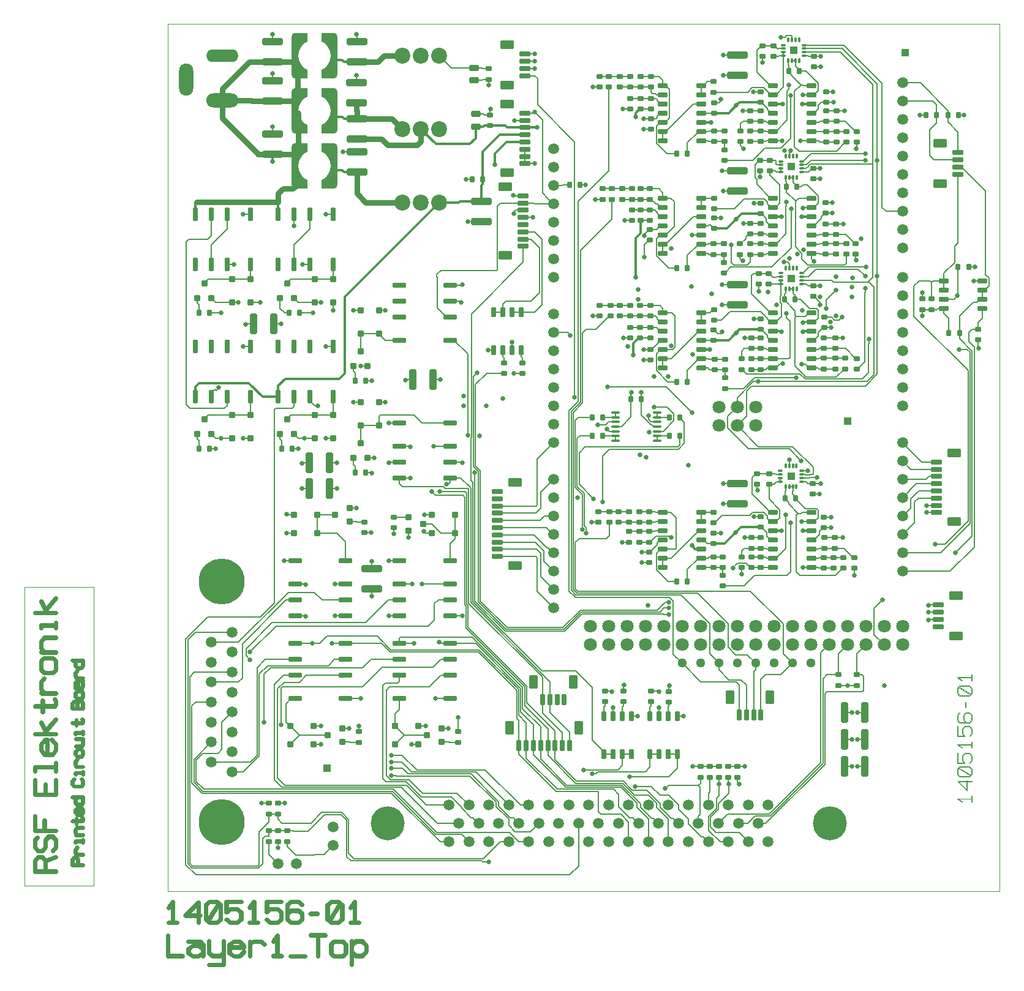
<source format=gbr>
*
G04 Job   : F:\ECADdesigns\1405165-01-00-A\PCB\1405165-01-00-A.pcb*
G04 User  : AT01PC650:at10682*
G04 Layer : Layer1_Top.gbr*
G04 Date  : Tue May 09 13:28:00 2023*
G04 Layer1 Top*
%ICAS*%
%MOMM*%
%FSLAX54Y54*%
%OFA0.0000B0.0000*%
G90*
G74*
%AMVB_RECTANGLE*
21,1,$1,$2,0,0,$3*
%
%AMVB_RCRECTANGLE*
$3=$3X2*
21,1,$1-$3,$2,0,0,0*
21,1,$1,$2-$3,0,0,0*
$1=$1/2*
$2=$2/2*
$3=$3/2*
$1=$1-$3*
$2=$2-$3*
1,1,$3X2,0-$1,0-$2*
1,1,$3X2,0-$1,$2*
1,1,$3X2,$1,$2*
1,1,$3X2,$1,0-$2*
%
%AMVB_Custom_WE-TPC_P*
$4 = $2X2.6500*
$5 = $3X0.0000*
$6 = $2X0.0000*
$7 = $3X2.6500*
1,1,1.0000,$4-$5,$6+$7*
$4 = $2X-2.6500*
$5 = $3X0.0000*
$6 = $2X0.0000*
$7 = $3X-2.6500*
1,1,1.0000,$4-$5,$6+$7*
4,1,18,3.1500,-1.7000,3.1500,0.0000,2.6500,0.5000,-2.6500,0.5000,-3.1500,0.0000,-3.1500,-1.7000,-1.9840,-1.7000,-1.7501,-1.3169,-1.4431,-0.9894,-1.0759,-0.7310,-0.6640,-0.5526,-0.2245,-0.4615,0.2245,-0.4615,0.6640,-0.5526,1.0759,-0.7310,1.4431,-0.9894,1.7501,-1.3169,1.9840,-1.7000,3.1500,-1.7000,$1*
%
%ADD17C,0.00500*%
%ADD10C,0.01000*%
%ADD11C,0.12000*%
%ADD13C,0.15000*%
%ADD14C,0.30000*%
%ADD16C,0.35000*%
%ADD12C,0.50000*%
%ADD18C,0.65000*%
%ADD15C,0.80000*%
%ADD44C,1.29000*%
%ADD34C,1.49000*%
%ADD41C,1.80000*%
%ADD43C,2.20000*%
%ADD45C,4.70000*%
%ADD33C,6.35000*%
%ADD37O,4.45000X1.75000*%
%ADD36O,4.45000X1.95000*%
%ADD38O,1.95000X4.45000*%
%ADD29VB_RECTANGLE,0.95000X0.95000X90.00000*%
%ADD22VB_RECTANGLE,1.00000X1.00000X0.00000*%
%ADD25VB_Custom_WE-TPC_P,90.00000X0.00000X1.00000*%
%ADD26VB_Custom_WE-TPC_P,270.00000X-0.00000X-1.00000*%
%ADD27VB_RCRECTANGLE,0.65000X0.30000X0.05000*%
%ADD28VB_RCRECTANGLE,0.30000X0.65000X0.05000*%
%ADD19VB_RCRECTANGLE,0.90000X0.65000X0.15000*%
%ADD70VB_RCRECTANGLE,0.65000X0.90000X0.15000*%
%ADD23VB_RCRECTANGLE,0.90000X0.80000X0.10000*%
%ADD32VB_RCRECTANGLE,0.80000X0.90000X0.10000*%
%ADD35VB_RCRECTANGLE,1.15000X0.35000X0.10000*%
%ADD31VB_RCRECTANGLE,1.30000X0.60000X0.10000*%
%ADD42VB_RCRECTANGLE,0.60000X1.30000X0.10000*%
%ADD20VB_RCRECTANGLE,1.30000X0.85000X0.20000*%
%ADD40VB_RCRECTANGLE,1.60000X0.60000X0.10000*%
%ADD73VB_RCRECTANGLE,0.60000X1.60000X0.10000*%
%ADD24VB_RCRECTANGLE,1.80000X0.75000X0.10000*%
%ADD30VB_RCRECTANGLE,0.75000X1.80000X0.10000*%
%ADD39VB_RCRECTANGLE,1.80000X1.20000X0.10000*%
%ADD72VB_RCRECTANGLE,1.20000X1.80000X0.10000*%
%ADD71VB_RCRECTANGLE,2.80000X1.00000X0.20000*%
%ADD21VB_RCRECTANGLE,1.00000X2.80000X0.20000*%
G01*
G54D10*
X1150000D01*
Y1200000*
X0*
Y0*
G54D11*
X1091800Y243870D02*
X1094540Y247230D01*
X1094640Y247310*
X1094800Y247350*
X1094900Y247330*
X1095020Y247290*
X1095100Y247230*
X1095180Y247130*
X1095240Y247030*
X1095260Y246930*
Y246830*
X1095200Y246750*
X1092540Y243470*
Y236990*
X1095060Y233910*
X1102240*
X1100020Y236630*
X1100000Y236710*
X1099980Y236750*
Y236770*
X1099960*
X1099940Y236850*
Y243610*
X1099960Y243690*
X1099980*
Y243730*
X1100000Y243790*
X1100020Y243850*
X1102740Y247230*
X1102800Y247250*
X1102820Y247290*
X1102840Y247310*
X1102880*
X1103020Y247350*
X1103080Y247370*
X1108580*
X1108680Y247350*
X1108760Y247310*
X1108840Y247290*
X1108900Y247230*
X1111640Y243870*
X1111680Y243770*
X1111700Y243750*
Y243690*
X1111720Y243670*
Y243650*
Y243610*
Y236870*
X1111700Y236790*
X1111680Y236710*
X1111640Y236630*
X1108900Y233270*
X1108860Y233210*
X1108840Y233190*
X1108780Y233150*
X1108640Y233110*
X1108580Y233090*
X1094860*
X1094760Y233110*
X1094680Y233150*
X1094640Y233190*
X1094600Y233210*
X1094540Y233270*
X1091800Y236630*
X1091780Y236710*
X1091760Y236750*
X1091740Y236790*
X1091720Y236870*
Y243610*
X1091740Y243690*
X1091760Y243730*
X1091780Y243790*
X1091800Y243870*
X1094540Y158370D02*
X1091800Y161730D01*
X1091780Y161810*
X1091760Y161850*
X1091740Y161890*
X1091720Y161970*
Y168710*
X1091740Y168790*
X1091760Y168830*
X1091780Y168890*
X1091800Y168970*
X1094540Y172330*
X1094640Y172390*
X1094720Y172410*
X1094780Y172450*
X1094860Y172470*
X1108580*
X1108640Y172450*
X1108780Y172410*
X1108820Y172390*
X1108900Y172330*
X1111640Y168970*
X1111660Y168890*
X1111680Y168830*
X1111700Y168810*
X1111720Y168770*
Y168710*
Y161970*
X1111700Y161890*
X1111680Y161810*
X1111640Y161730*
X1108900Y158370*
X1108860Y158310*
X1108840Y158290*
X1108780Y158250*
X1108640Y158210*
X1108580Y158190*
X1094860*
X1094780Y158210*
X1094720Y158250*
X1094640Y158270*
X1094540Y158370*
Y270310D02*
X1091800Y273670D01*
X1091780Y273750*
X1091760Y273790*
X1091740Y273830*
X1091720Y273910*
Y280650*
X1091740Y280730*
X1091760Y280770*
X1091780Y280830*
X1091800Y280910*
X1094540Y284270*
X1094640Y284330*
X1094720Y284350*
X1094780Y284390*
X1094860Y284410*
X1108580*
X1108640Y284390*
X1108780Y284350*
X1108820Y284330*
X1108900Y284270*
X1111640Y280910*
X1111660Y280830*
X1111680Y280770*
X1111700Y280750*
X1111720Y280710*
Y280650*
Y273910*
X1111700Y273830*
X1111680Y273750*
X1111640Y273670*
X1108900Y270310*
X1108860Y270250*
X1108840Y270230*
X1108780Y270190*
X1108640Y270150*
X1108580Y270130*
X1094860*
X1094780Y270150*
X1094720Y270190*
X1094640Y270210*
X1094540Y270310*
X1095060Y159010D02*
X1108380D01*
X1109380Y160190*
X1093600Y169870*
X1092540Y168550*
Y162090*
X1095060Y159010*
Y270950D02*
X1108380D01*
X1109380Y272130*
X1093600Y281810*
X1092540Y280490*
Y274030*
X1095060Y270950*
X1098600Y180850D02*
X1098620Y180770D01*
X1098640Y180710*
X1098680Y180610*
X1100880Y177910*
X1092540*
Y190970*
X1092500Y191110*
X1092420Y191230*
X1092280Y191290*
X1092140Y191310*
X1091980Y191290*
X1091840Y191230*
X1091760Y191110*
X1091720Y190970*
Y177470*
X1091760Y177330*
X1091860Y177210*
X1091980Y177110*
X1092120Y177070*
X1101740*
X1101880Y177090*
X1101980Y177150*
X1102040Y177230*
X1102080Y177370*
X1102120Y177450*
X1102140Y177550*
X1102120Y177650*
X1102060Y177730*
X1099400Y180990*
Y187450*
X1101940Y190570*
X1108380*
X1110880Y187450*
Y180990*
X1108240Y177730*
X1108180Y177590*
Y177470*
X1108260Y177330*
X1108360Y177230*
X1108500Y177150*
X1108640Y177110*
X1108780Y177150*
X1108840Y177190*
X1108880Y177250*
X1111640Y180610*
X1111680Y180690*
Y180770*
X1111720Y180850*
Y187590*
Y187630*
X1111700Y187670*
Y187690*
X1111680Y187730*
Y187770*
X1111640Y187850*
X1108880Y191230*
X1108820Y191290*
X1108780Y191310*
X1108660Y191350*
X1108580Y191370*
X1101740*
X1101660Y191350*
X1101540Y191310*
X1101500Y191290*
X1101480Y191270*
X1101440Y191250*
X1101400Y191230*
X1098680Y187850*
X1098640Y187750*
X1098620Y187670*
X1098600Y187590*
Y180850*
Y217950D02*
X1098620Y217870D01*
X1098640Y217810*
X1098680Y217710*
X1100880Y215010*
X1092540*
Y228070*
X1092500Y228210*
X1092420Y228330*
X1092280Y228390*
X1092140Y228410*
X1091980Y228390*
X1091840Y228330*
X1091760Y228210*
X1091720Y228070*
Y214570*
X1091760Y214430*
X1091860Y214310*
X1091980Y214210*
X1092120Y214170*
X1101740*
X1101880Y214190*
X1101980Y214250*
X1102040Y214330*
X1102080Y214470*
X1102120Y214550*
X1102140Y214650*
X1102120Y214750*
X1102060Y214830*
X1099400Y218090*
Y224550*
X1101940Y227670*
X1108380*
X1110880Y224550*
Y218090*
X1108240Y214830*
X1108180Y214690*
Y214570*
X1108260Y214430*
X1108360Y214330*
X1108500Y214250*
X1108640Y214210*
X1108780Y214250*
X1108840Y214290*
X1108880Y214350*
X1111640Y217710*
X1111680Y217790*
Y217870*
X1111720Y217950*
Y224690*
Y224730*
X1111700Y224770*
Y224790*
X1111680Y224830*
Y224870*
X1111640Y224950*
X1108880Y228330*
X1108820Y228390*
X1108780Y228410*
X1108660Y228450*
X1108580Y228470*
X1101740*
X1101660Y228450*
X1101540Y228410*
X1101500Y228390*
X1101480Y228370*
X1101440Y228350*
X1101400Y228330*
X1098680Y224950*
X1098640Y224850*
X1098620Y224770*
X1098600Y224690*
Y217950*
X1102840Y254710D02*
Y261150D01*
X1102860Y261290*
X1102940Y261390*
X1103040Y261450*
X1103160Y261470*
X1103320Y261450*
X1103420Y261390*
X1103500Y261290*
X1103520Y261150*
Y254710*
X1103500Y254590*
X1103420Y254490*
X1103320Y254430*
X1103160Y254410*
X1103040Y254430*
X1102940Y254470*
X1102860Y254570*
X1102840Y254710*
X1103280Y233910D02*
X1108380D01*
X1110900Y236990*
Y243450*
X1108380Y246570*
X1103280*
X1100740Y243450*
Y236990*
X1103280Y233910*
X1104440Y140670D02*
X1093700Y151430D01*
X1104440*
Y140670*
X1109900Y160830D02*
X1110900Y162090D01*
Y168550*
X1108380Y171670*
X1095060*
X1094120Y170490*
X1109900Y160830*
Y272770D02*
X1110900Y274030D01*
Y280490*
X1108380Y283610*
X1095060*
X1094120Y282430*
X1109900Y272770*
X1110900Y123970D02*
X1110940Y123810D01*
X1111020Y123710*
X1111160Y123670*
X1111320Y123650*
X1111460Y123670*
X1111600Y123710*
X1111700Y123810*
X1111720Y123970*
Y131770*
X1111700Y131910*
X1111600Y132030*
X1111460Y132090*
X1111320Y132110*
X1111160Y132090*
X1111020Y132030*
X1110940Y131910*
X1110900Y131770*
Y128250*
X1092120*
X1091980Y128230*
X1091880Y128170*
X1091820Y128070*
X1091800Y127930*
X1091780Y127830*
Y127730*
X1091820Y127630*
X1091900Y127570*
X1097380Y123670*
X1097460Y123630*
X1097520Y123590*
X1097580*
X1097660Y123610*
X1097780Y123670*
X1097880Y123770*
X1097960Y123890*
X1098000Y124030*
Y124110*
X1097960Y124170*
X1097920Y124230*
X1097860Y124270*
X1093380Y127470*
X1110900*
Y123970*
Y198870D02*
X1110940Y198710D01*
X1111020Y198610*
X1111160Y198570*
X1111320Y198550*
X1111460Y198570*
X1111600Y198610*
X1111700Y198710*
X1111720Y198870*
Y206670*
X1111700Y206810*
X1111600Y206930*
X1111460Y206990*
X1111320Y207010*
X1111160Y206990*
X1111020Y206930*
X1110940Y206810*
X1110900Y206670*
Y203150*
X1092120*
X1091980Y203130*
X1091880Y203070*
X1091820Y202970*
X1091800Y202830*
X1091780Y202730*
Y202630*
X1091820Y202530*
X1091900Y202470*
X1097380Y198570*
X1097460Y198530*
X1097520Y198490*
X1097580*
X1097660Y198510*
X1097780Y198570*
X1097880Y198670*
X1097960Y198790*
X1098000Y198930*
Y199010*
X1097960Y199070*
X1097920Y199130*
X1097860Y199170*
X1093380Y202370*
X1110900*
Y198870*
Y291910D02*
X1110940Y291750D01*
X1111020Y291650*
X1111160Y291610*
X1111320Y291590*
X1111460Y291610*
X1111600Y291650*
X1111700Y291750*
X1111720Y291910*
Y299710*
X1111700Y299850*
X1111600Y299970*
X1111460Y300030*
X1111320Y300050*
X1111160Y300030*
X1111020Y299970*
X1110940Y299850*
X1110900Y299710*
Y296190*
X1092120*
X1091980Y296170*
X1091880Y296110*
X1091820Y296010*
X1091800Y295870*
X1091780Y295770*
Y295670*
X1091820Y295570*
X1091900Y295510*
X1097380Y291610*
X1097460Y291570*
X1097520Y291530*
X1097580*
X1097660Y291550*
X1097780Y291610*
X1097880Y291710*
X1097960Y291830*
X1098000Y291970*
Y292050*
X1097960Y292110*
X1097920Y292170*
X1097860Y292210*
X1093380Y295410*
X1110900*
Y291910*
X1111320Y151430D02*
X1111480Y151450D01*
X1111580Y151550*
X1111640Y151690*
X1111660Y151830*
X1111640Y151950*
X1111580Y152090*
X1111480Y152190*
X1111320Y152230*
X1105260*
Y153170*
X1105220Y153310*
X1105140Y153430*
X1105000Y153490*
X1104860Y153510*
X1104700Y153490*
X1104560Y153430*
X1104460Y153310*
X1104440Y153170*
Y152230*
X1092680*
X1092580Y152210*
X1092500Y152150*
X1092420Y152070*
X1092360Y151970*
X1092320Y151850*
X1092300Y151730*
X1092320Y151630*
X1092400Y151530*
X1104540Y139390*
X1104660Y139310*
X1104780Y139270*
X1104900Y139290*
X1105040Y139370*
X1105140Y139410*
X1105200Y139490*
X1105240Y139570*
X1105260Y139670*
Y151430*
X1111320*
G54D12*
X-183520Y165492D02*
X-183460Y165252D01*
X-183340Y165102*
X-183130Y165042*
X-182890Y165012*
X-182680Y165042*
X-182470Y165102*
X-182350Y165252*
X-182290Y165492*
Y170742*
X-154780*
Y165492*
X-154720Y165252*
X-154570Y165102*
X-154360Y165042*
X-154120Y165012*
X-153910Y165042*
X-153730Y165102*
X-153580Y165252*
X-153520Y165492*
Y177192*
X-153580Y177402*
X-153730Y177582*
X-153910Y177672*
X-154120Y177702*
X-154360Y177672*
X-154570Y177582*
X-154720Y177402*
X-154780Y177192*
Y171912*
X-182920*
X-183130Y171852*
X-183310Y171732*
X-183460Y171582*
X-183520Y171342*
Y165492*
X-182920Y256182D02*
X-183130Y256122D01*
X-183310Y255972*
X-183400Y255792*
X-183430Y255582*
X-183400Y255372*
X-183310Y255162*
X-183130Y255012*
X-182920Y254982*
X-173230*
Y247632*
X-173170Y247422*
X-173050Y247272*
X-172840Y247182*
X-172630*
X-172420*
X-172210Y247272*
X-172090Y247422*
X-172030Y247632*
Y254982*
X-156160*
X-156010Y255012*
X-155860Y255102*
X-155770Y255162*
X-155710Y255282*
X-153640Y258282*
X-153550Y258402*
X-153520Y258582*
Y262602*
X-153550Y262782*
X-153640Y262932*
X-155710Y265932*
X-155860Y266112*
X-156040Y266172*
X-156250Y266142*
X-156460Y266022*
X-156610Y265872*
X-156730Y265722*
X-156760Y265512*
X-156670Y265302*
X-154750Y262422*
Y258702*
X-156460Y256182*
X-172030*
Y263592*
X-172090Y263802*
X-172210Y263982*
X-172420Y264072*
X-172630Y264102*
X-172840Y264072*
X-173050Y263982*
X-173170Y263802*
X-173230Y263592*
Y256182*
X-182920*
X-182290Y27552D02*
Y41892D01*
X-178510Y46572*
X-172930*
X-169120Y41892*
Y27552*
X-182290*
Y103842D02*
X-182350Y104052D01*
X-182470Y104232*
X-182680Y104322*
X-182890Y104352*
X-183130Y104322*
X-183340Y104232*
X-183460Y104052*
X-183520Y103842*
Y83592*
X-183460Y83382*
X-183310Y83202*
X-183130Y83052*
X-182920Y82992*
X-154120*
X-153910Y83052*
X-153730Y83202*
X-153640Y83382*
X-153610Y83592*
X-153640Y83832*
X-153730Y84042*
X-153910Y84192*
X-154120Y84252*
X-169270*
Y97842*
X-169300Y98052*
X-169450Y98232*
X-169660Y98322*
X-169870Y98352*
X-170110Y98322*
X-170320Y98232*
X-170440Y98052*
X-170500Y97842*
Y84252*
X-182290*
Y103842*
Y153642D02*
X-182350Y153852D01*
X-182470Y154032*
X-182680Y154122*
X-182890Y154152*
X-183130Y154122*
X-183340Y154032*
X-183460Y153852*
X-183520Y153642*
Y133392*
X-183460Y133182*
X-183310Y133002*
X-183130Y132852*
X-182920Y132792*
X-154120*
X-153910Y132852*
X-153730Y133002*
X-153580Y133182*
X-153520Y133392*
Y153642*
X-153580Y153852*
X-153730Y154032*
X-153910Y154122*
X-154120Y154152*
X-154360Y154122*
X-154570Y154032*
X-154720Y153852*
X-154780Y153642*
Y134052*
X-167920*
Y147642*
X-167980Y147852*
X-168130Y148032*
X-168310Y148122*
X-168520Y148152*
X-168730Y148122*
X-168940Y148032*
X-169090Y147852*
X-169120Y147642*
Y134052*
X-182290*
Y153642*
X-174970Y195042D02*
X-174940Y203172D01*
X-174910Y203292*
X-174880Y203412*
X-174790Y203592*
X-168730Y209682*
X-168580Y209712*
X-168460Y209742*
X-168400*
Y209772*
X-168250Y209802*
X-166240*
X-166030Y209772*
X-165850Y209622*
X-165700Y209472*
X-165640Y209202*
Y189612*
X-158440*
X-154720Y195192*
Y202872*
X-160630Y208782*
X-160750Y208962*
Y209172*
X-160690Y209412*
X-160540Y209592*
X-160360Y209712*
X-160150Y209802*
X-159910*
X-159730Y209682*
X-153700Y203592*
X-153580Y203412*
X-153550Y203292*
X-153520Y203172*
Y195042*
X-153550Y194862*
X-153640Y194712*
X-157660Y188682*
X-157720Y188562*
X-157840Y188502*
X-157990Y188412*
X-158140Y188382*
X-170320*
X-170470Y188412*
X-170620Y188502*
X-170710Y188562*
X-170740Y188592*
X-170800Y188682*
X-174820Y194712*
X-174940Y194862*
X-174970Y195042*
X-174130Y233712D02*
X-174280Y233922D01*
X-174460Y233982*
X-174670*
X-174880Y233892*
X-175060Y233772*
X-175210Y233592*
X-175240Y233472*
X-175270Y233382*
X-175240Y233262*
X-175210Y233142*
X-167440Y217902*
X-182920*
X-183130Y217842*
X-183310Y217692*
X-183400Y217482*
X-183430Y217242*
X-183400Y217032*
X-183310Y216852*
X-183130Y216702*
X-182920Y216642*
X-154120*
X-153880Y216702*
X-153730Y216852*
X-153640Y217032*
X-153610Y217242*
X-153640Y217482*
X-153730Y217692*
X-153880Y217842*
X-154120Y217902*
X-166060*
X-167800Y221202*
X-153670Y237102*
X-153550Y237282*
Y237492*
X-153640Y237672*
X-153760Y237852*
X-153940Y237972*
X-154180Y238032*
X-154390*
X-154570Y237912*
X-168400Y222342*
X-174130Y233712*
Y401172D02*
X-174280Y401382D01*
X-174460Y401442*
X-174670*
X-174880Y401352*
X-175060Y401232*
X-175210Y401052*
X-175240Y400932*
X-175270Y400842*
X-175240Y400722*
X-175210Y400602*
X-167440Y385362*
X-182920*
X-183130Y385302*
X-183310Y385152*
X-183400Y384942*
X-183430Y384702*
X-183400Y384492*
X-183310Y384312*
X-183130Y384162*
X-182920Y384102*
X-154120*
X-153880Y384162*
X-153730Y384312*
X-153640Y384492*
X-153610Y384702*
X-153640Y384942*
X-153730Y385152*
X-153880Y385302*
X-154120Y385362*
X-166060*
X-167800Y388662*
X-153670Y404562*
X-153550Y404742*
Y404952*
X-153640Y405132*
X-153760Y405312*
X-153940Y405432*
X-154180Y405492*
X-154390*
X-154570Y405372*
X-168400Y389802*
X-174130Y401172*
X-172120Y47562D02*
X-172180Y47652D01*
X-172330Y47682*
X-172480Y47742*
X-172630Y47772*
X-178810*
X-178960Y47742*
X-179050Y47682*
X-179140*
X-179170Y47652*
X-179200Y47592*
X-179290Y47562*
X-183400Y42462*
X-183460Y42312*
X-183490Y42192*
X-183520Y42072*
Y26952*
X-183460Y26682*
X-183310Y26502*
X-183130Y26352*
X-182920Y26292*
X-154120*
X-153880Y26352*
X-153730Y26502*
X-153640Y26682*
X-153610Y26892*
X-153640Y27132*
X-153730Y27342*
X-153880Y27492*
X-154120Y27552*
X-167920*
Y41652*
X-153940Y46572*
X-153730Y46692*
X-153610Y46902*
X-153580Y47112*
X-153640Y47322*
X-153730Y47502*
X-153910Y47652*
X-154090Y47712*
X-154330Y47682*
X-168310Y42762*
X-172120Y47562*
X-170020Y302682D02*
X-158440D01*
X-154720Y306372*
Y317952*
X-158440Y321672*
X-170020*
X-173740Y317952*
Y306372*
X-170020Y302682*
X-169960Y189612D02*
X-166840D01*
Y208602*
X-168010*
X-173740Y202872*
Y195192*
X-169960Y189612*
X-169030Y70812D02*
X-164920Y75882D01*
X-164800Y75972*
X-164650Y76002*
X-164560Y76032*
X-164470Y76062*
X-164410Y76092*
X-158230*
X-158140Y76062*
X-157930Y76002*
X-157870Y75972*
X-157750Y75882*
X-153640Y70842*
X-153580Y70692*
X-153550Y70662*
Y70572*
X-153520Y70542*
Y70512*
Y70452*
Y60342*
X-153550Y60222*
X-153580Y60102*
X-153640Y59982*
X-157750Y54942*
X-157810Y54852*
X-157900Y54792*
X-157990Y54762*
X-158080Y54732*
X-158290Y54792*
X-158500Y54882*
X-158650Y55032*
X-158770Y55212*
X-158800Y55422*
X-158740Y55632*
X-154750Y60522*
Y70212*
X-158530Y74892*
X-164110*
X-167920Y70212*
Y60342*
Y60192*
X-167950Y60072*
X-168010Y59982*
X-172120Y54942*
X-172150Y54852*
X-172210Y54822*
X-172300Y54762*
X-172510Y54702*
X-172630Y54672*
X-178810*
X-178960Y54702*
X-179080Y54762*
X-179140Y54822*
X-179200Y54852*
X-179290Y54942*
X-183400Y59982*
X-183430Y60102*
X-183460Y60162*
X-183490Y60222*
Y60192*
X-183520Y60342*
Y70452*
X-183490Y70572*
X-183460Y70632*
X-183430Y70722*
X-183400Y70812*
X-180310Y74592*
X-180160Y74742*
X-179980Y74802*
X-179770Y74772*
X-179560Y74682*
X-179410Y74502*
X-179290Y74292*
X-179260Y74082*
X-179320Y73872*
X-182290Y70272*
Y60522*
X-178510Y55902*
X-172930*
X-169120Y60522*
Y70422*
X-169090Y70572*
X-169060Y70692*
X-169030Y70812*
X-154120Y273042D02*
X-153880Y273102D01*
X-153730Y273252*
X-153640Y273432*
X-153610Y273642*
X-153640Y273882*
X-153730Y274092*
X-153880Y274242*
X-154120Y274302*
X-170020*
X-173740Y278922*
Y288612*
X-169810Y293532*
X-169720Y293712*
X-169750Y293922*
X-169840Y294132*
X-169990Y294282*
X-170200Y294402*
X-170410Y294432*
X-170620Y294402*
X-170800Y294282*
X-174820Y289212*
X-174880Y289062*
X-174910Y288942*
X-174940Y288822*
Y278712*
X-174910Y278592*
X-174880Y278502*
X-174820Y278352*
X-171580Y274302*
X-174340*
X-174580Y274242*
X-174730Y274092*
X-174850Y273882*
X-174880Y273642*
X-174850Y273432*
X-174730Y273252*
X-174580Y273102*
X-174340Y273042*
X-170380*
X-170320*
X-170200*
X-154120*
Y349962D02*
X-153880Y349992D01*
X-153730Y350142*
X-153640Y350352*
X-153610Y350562*
X-153640Y350772*
X-153730Y350952*
X-153880Y351102*
X-154120Y351162*
X-170320*
X-170410Y351132*
X-170530Y351072*
X-170680Y351042*
X-170800Y350952*
X-174820Y345882*
X-174880Y345732*
X-174910Y345612*
X-174940Y345492*
Y335382*
X-174910Y335262*
X-174880Y335172*
X-174820Y335022*
X-171580Y330972*
X-174340*
X-174580Y330912*
X-174730Y330762*
X-174850Y330552*
X-174880Y330312*
X-174850Y330102*
X-174730Y329922*
X-174580Y329772*
X-174340Y329712*
X-154120*
X-153880Y329772*
X-153730Y329922*
X-153640Y330102*
X-153610Y330312*
X-153640Y330552*
X-153730Y330762*
X-153880Y330912*
X-154120Y330972*
X-170020*
X-173740Y335592*
Y345282*
X-170020Y349962*
X-154120*
X-153520Y318252D02*
Y306132D01*
Y306012*
X-153550Y305952*
X-153580Y305802*
X-153700Y305652*
X-157720Y301632*
X-157870Y301482*
X-158020Y301452*
X-158170*
X-170320*
X-170410*
X-170590Y301482*
X-170770Y301632*
X-174790Y305652*
X-174880Y305802*
X-174910Y305952*
X-174940Y306012*
X-174970Y306132*
X-174940Y318252*
X-174910Y318372*
X-174880Y318492*
X-174790Y318672*
X-170770Y322752*
X-170620Y322782*
X-170500Y322812*
X-170440Y322842*
X-170410*
X-170320Y322872*
X-158170*
X-158020Y322842*
X-157930Y322812*
X-157720Y322752*
X-153700Y318672*
X-153580Y318492*
X-153550Y318372*
X-153520Y318252*
Y371292D02*
X-153580Y371532D01*
X-153700Y371652*
X-153910Y371742*
X-154120Y371772*
X-154330Y371742*
X-154540Y371652*
X-154660Y371532*
X-154720Y371292*
Y368142*
X-174340*
X-174580Y368082*
X-174730Y367962*
X-174910Y367782*
X-174940Y367572*
Y363852*
X-174910Y363642*
X-174760Y363492*
X-174550Y363402*
X-174340Y363372*
X-174130Y363402*
X-173950Y363492*
X-173800Y363642*
X-173740Y363852*
Y367002*
X-154720*
Y363852*
X-154660Y363642*
X-154540Y363492*
X-154330Y363402*
X-154120Y363372*
X-153910Y363402*
X-153700Y363492*
X-153580Y363642*
X-153520Y363852*
Y371292*
X-131160Y96981D02*
X-131265Y96951D01*
X-131355Y96876*
X-131400Y96786*
X-131415Y96681*
X-131400Y96576*
X-131355Y96471*
X-131265Y96396*
X-131160Y96381*
X-126315*
Y92706*
X-126285Y92601*
X-126225Y92526*
X-126120Y92481*
X-126015*
X-125910*
X-125805Y92526*
X-125745Y92601*
X-125715Y92706*
Y96381*
X-117780*
X-117705Y96396*
X-117630Y96441*
X-117585Y96471*
X-117555Y96531*
X-116520Y98031*
X-116475Y98091*
X-116460Y98181*
Y100191*
X-116475Y100281*
X-116520Y100356*
X-117555Y101856*
X-117630Y101946*
X-117720Y101976*
X-117825Y101961*
X-117930Y101901*
X-118005Y101826*
X-118065Y101751*
X-118080Y101646*
X-118035Y101541*
X-117075Y100101*
Y98241*
X-117930Y96981*
X-125715*
Y100686*
X-125745Y100791*
X-125805Y100881*
X-125910Y100926*
X-126015Y100941*
X-126120Y100926*
X-126225Y100881*
X-126285Y100791*
X-126315Y100686*
Y96981*
X-131160*
Y232806D02*
X-131265Y232776D01*
X-131355Y232701*
X-131400Y232611*
X-131415Y232506*
X-131400Y232401*
X-131355Y232296*
X-131265Y232221*
X-131160Y232206*
X-126315*
Y228531*
X-126285Y228426*
X-126225Y228351*
X-126120Y228306*
X-126015*
X-125910*
X-125805Y228351*
X-125745Y228426*
X-125715Y228531*
Y232206*
X-117780*
X-117705Y232221*
X-117630Y232266*
X-117585Y232296*
X-117555Y232356*
X-116520Y233856*
X-116475Y233916*
X-116460Y234006*
Y236016*
X-116475Y236106*
X-116520Y236181*
X-117555Y237681*
X-117630Y237771*
X-117720Y237801*
X-117825Y237786*
X-117930Y237726*
X-118005Y237651*
X-118065Y237576*
X-118080Y237471*
X-118035Y237366*
X-117075Y235926*
Y234066*
X-117930Y232806*
X-125715*
Y236511*
X-125745Y236616*
X-125805Y236706*
X-125910Y236751*
X-126015Y236766*
X-126120Y236751*
X-126225Y236706*
X-126285Y236616*
X-126315Y236511*
Y232806*
X-131160*
X-130845Y36426D02*
Y43596D01*
X-128955Y45936*
X-126165*
X-124260Y43596*
Y36426*
X-130845*
Y252591D02*
Y259896D01*
X-128985Y261561*
X-126195*
X-124860Y259911*
Y252591*
X-130845*
X-129210Y262191D02*
X-131355Y260256D01*
X-131430Y260151*
X-131460Y260046*
Y252261*
X-131430Y252156*
X-131370Y252066*
X-131265Y251991*
X-131160Y251961*
X-124605*
X-124560*
X-124515*
X-116760*
X-116655Y251991*
X-116550Y252066*
X-116475Y252156*
X-116460Y252261*
Y260136*
X-118605Y262596*
X-118695Y262656*
X-118815Y262686*
X-122025*
X-124515Y260481*
X-125775Y262056*
X-125835Y262101*
X-125910Y262146*
X-125985Y262176*
X-126030Y262191*
X-129210*
X-127185Y108756D02*
X-127170Y112821D01*
X-127155Y112881*
X-127140Y112941*
X-127095Y113031*
X-124065Y116076*
X-123990Y116091*
X-123930Y116106*
X-123900*
Y116121*
X-123825Y116136*
X-122820*
X-122715Y116121*
X-122625Y116046*
X-122550Y115971*
X-122520Y115836*
Y106041*
X-118920*
X-117060Y108831*
Y112671*
X-120015Y115626*
X-120075Y115716*
Y115821*
X-120045Y115941*
X-119970Y116031*
X-119880Y116091*
X-119775Y116136*
X-119655*
X-119565Y116076*
X-116550Y113031*
X-116490Y112941*
X-116475Y112881*
X-116460Y112821*
Y108756*
X-116475Y108666*
X-116520Y108591*
X-118530Y105576*
X-118560Y105516*
X-118620Y105486*
X-118695Y105441*
X-118770Y105426*
X-124860*
X-124935Y105441*
X-125010Y105486*
X-125055Y105516*
X-125070Y105531*
X-125100Y105576*
X-127110Y108591*
X-127170Y108666*
X-127185Y108756*
X-125760Y46431D02*
X-125790Y46476D01*
X-125865Y46491*
X-125940Y46521*
X-126015Y46536*
X-129105*
X-129180Y46521*
X-129225Y46491*
X-129270*
X-129285Y46476*
X-129300Y46446*
X-129345Y46431*
X-131400Y43881*
X-131430Y43806*
X-131445Y43746*
X-131460Y43686*
Y36126*
X-131430Y35991*
X-131355Y35901*
X-131265Y35826*
X-131160Y35796*
X-116760*
X-116640Y35826*
X-116565Y35901*
X-116520Y35991*
X-116505Y36096*
X-116520Y36216*
X-116565Y36321*
X-116640Y36396*
X-116760Y36426*
X-123660*
Y43686*
X-123675Y43791*
X-123690Y43821*
Y43851*
X-123705Y43881*
X-125760Y46431*
X-124845Y120186D02*
X-126720Y122496D01*
Y127296*
X-123810Y129681*
X-118965*
X-117075Y127341*
Y122496*
X-118965Y120186*
X-124845*
Y309246D02*
X-126720Y311556D01*
Y316356*
X-123810Y318741*
X-118965*
X-117075Y316401*
Y311556*
X-118965Y309246*
X-124845*
X-124710Y266766D02*
X-118920D01*
X-117060Y268611*
Y274401*
X-118920Y276261*
X-124710*
X-126570Y274401*
Y268611*
X-124710Y266766*
X-124680Y106041D02*
X-123120D01*
Y115536*
X-123705*
X-126570Y112671*
Y108831*
X-124680Y106041*
X-124245Y252591D02*
Y259881D01*
X-121770Y262086*
X-118950*
X-117075Y259911*
Y252591*
X-124245*
X-121650Y280911D02*
X-123540Y283686D01*
Y287601*
X-121650Y290406*
X-118920*
X-117060Y287601*
Y283686*
X-118920Y280911*
X-121650*
X-118770Y199956D02*
X-118725Y199971D01*
X-118650Y200001*
X-118590Y200031*
X-118545Y200091*
X-116520Y202611*
X-116490Y202671*
X-116475Y202731*
X-116460Y202791*
Y207846*
Y207876*
X-116475Y207906*
Y207921*
Y207951*
X-116490Y207981*
X-116520Y208041*
X-118155Y210081*
X-116760*
X-116640Y210096*
X-116565Y210171*
X-116520Y210276*
X-116505Y210381*
X-116520Y210486*
X-116565Y210576*
X-116640Y210651*
X-116760Y210681*
X-126870*
X-126990Y210651*
X-127065Y210576*
X-127125Y210486*
X-127140Y210381*
X-127125Y210276*
X-127065Y210171*
X-126990Y210096*
X-126870Y210081*
X-118920*
X-117060Y207741*
Y202896*
X-118920Y200586*
X-126870*
X-126990Y200556*
X-127065Y200481*
X-127125Y200376*
X-127140Y200256*
X-127125Y200151*
X-127065Y200061*
X-126990Y199986*
X-126870Y199956*
X-118770*
X-116760Y49971D02*
X-116640Y50001D01*
X-116565Y50076*
X-116520Y50166*
X-116505Y50271*
X-116520Y50391*
X-116565Y50496*
X-116640Y50571*
X-116760Y50601*
X-124710*
X-126570Y52911*
Y57756*
X-124605Y60216*
X-124560Y60306*
X-124575Y60411*
X-124620Y60516*
X-124695Y60591*
X-124800Y60651*
X-124905Y60666*
X-125010Y60651*
X-125100Y60591*
X-127110Y58056*
X-127140Y57981*
X-127155Y57921*
X-127170Y57861*
Y52806*
X-127155Y52746*
X-127140Y52701*
X-127110Y52626*
X-125490Y50601*
X-126870*
X-126990Y50571*
X-127065Y50496*
X-127125Y50391*
X-127140Y50271*
X-127125Y50166*
X-127065Y50076*
X-126990Y50001*
X-126870Y49971*
X-124890*
X-124860*
X-124800*
X-116760*
Y87336D02*
X-116640Y87351D01*
X-116565Y87426*
X-116520Y87531*
X-116505Y87636*
X-116520Y87741*
X-116565Y87831*
X-116640Y87906*
X-116760Y87936*
X-124860*
X-124905Y87921*
X-124965Y87891*
X-125040Y87876*
X-125100Y87831*
X-127110Y85296*
X-127140Y85221*
X-127155Y85161*
X-127170Y85101*
Y80046*
X-127155Y79986*
X-127140Y79941*
X-127110Y79866*
X-125490Y77841*
X-126870*
X-126990Y77811*
X-127065Y77736*
X-127125Y77631*
X-127140Y77511*
X-127125Y77406*
X-127065Y77316*
X-126990Y77241*
X-126870Y77211*
X-116760*
X-116640Y77241*
X-116565Y77316*
X-116520Y77406*
X-116505Y77511*
X-116520Y77631*
X-116565Y77736*
X-116640Y77811*
X-116760Y77841*
X-124710*
X-126570Y80151*
Y84996*
X-124710Y87336*
X-116760*
Y171621D02*
X-116640Y171651D01*
X-116565Y171726*
X-116520Y171816*
X-116505Y171921*
X-116520Y172041*
X-116565Y172146*
X-116640Y172221*
X-116760Y172251*
X-124710*
X-126570Y174561*
Y179406*
X-124605Y181866*
X-124560Y181956*
X-124575Y182061*
X-124620Y182166*
X-124695Y182241*
X-124800Y182301*
X-124905Y182316*
X-125010Y182301*
X-125100Y182241*
X-127110Y179706*
X-127140Y179631*
X-127155Y179571*
X-127170Y179511*
Y174456*
X-127155Y174396*
X-127140Y174351*
X-127110Y174276*
X-125490Y172251*
X-126870*
X-126990Y172221*
X-127065Y172146*
X-127125Y172041*
X-127140Y171921*
X-127125Y171816*
X-127065Y171726*
X-126990Y171651*
X-126870Y171621*
X-124890*
X-124860*
X-124800*
X-116760*
Y290406D02*
X-116640Y290421D01*
X-116565Y290496*
X-116520Y290601*
X-116505Y290706*
X-116520Y290811*
X-116565Y290901*
X-116640Y290976*
X-116760Y291006*
X-124860*
X-124905Y290976*
X-124965*
X-125070Y290931*
X-127095Y288906*
X-127140Y288816*
X-127155Y288756*
X-127170Y288681*
Y280581*
X-127155Y280476*
X-127080Y280386*
X-126975Y280341*
X-126870Y280326*
X-126765Y280341*
X-126675Y280386*
X-126600Y280476*
X-126570Y280581*
Y288531*
X-124710Y290406*
X-122355*
X-124095Y287826*
X-124125Y287766*
X-124140Y287676*
Y283626*
X-124125Y283521*
X-124095Y283461*
X-122055Y280431*
X-122025Y280401*
X-122010Y280386*
X-121995Y280356*
X-121920Y280296*
X-121815Y280281*
X-118770*
X-118695Y280296*
X-118620Y280356*
X-118575Y280386*
X-118545Y280431*
X-116520Y283461*
X-116475Y283536*
X-116460Y283626*
Y287676*
X-116475Y287766*
X-116520Y287826*
X-118215Y290406*
X-116760*
Y294426D02*
X-116640Y294456D01*
X-116565Y294531*
X-116520Y294621*
X-116505Y294726*
X-116520Y294846*
X-116565Y294951*
X-116640Y295026*
X-116760Y295056*
X-124710*
X-126570Y297366*
Y302211*
X-124605Y304671*
X-124560Y304761*
X-124575Y304866*
X-124620Y304971*
X-124695Y305046*
X-124800Y305106*
X-124905Y305121*
X-125010Y305106*
X-125100Y305046*
X-127110Y302511*
X-127140Y302436*
X-127155Y302376*
X-127170Y302316*
Y297261*
X-127155Y297201*
X-127140Y297156*
X-127110Y297081*
X-125490Y295056*
X-126870*
X-126990Y295026*
X-127065Y294951*
X-127125Y294846*
X-127140Y294726*
X-127125Y294621*
X-127065Y294531*
X-126990Y294456*
X-126870Y294426*
X-124890*
X-124860*
X-124800*
X-116760*
X-116520Y122211D02*
X-116490Y122271D01*
X-116475Y122331*
X-116460Y122391*
Y127446*
Y127506*
X-116475Y127536*
X-116490Y127566*
X-116520Y127641*
X-118185Y129681*
X-116760*
X-116640Y129696*
X-116565Y129771*
X-116520Y129876*
X-116505Y129981*
X-116520Y130086*
X-116565Y130176*
X-116640Y130251*
X-116760Y130281*
X-123975*
X-124005*
X-131160*
X-131265Y130251*
X-131355Y130176*
X-131400Y130086*
X-131415Y129981*
X-131400Y129876*
X-131355Y129771*
X-131265Y129696*
X-131160Y129681*
X-124815*
X-127230Y127701*
X-127275Y127641*
X-127320Y127536*
X-127335Y127491*
X-127350Y127446*
Y122391*
X-127320Y122331*
X-127305Y122286*
X-127275Y122211*
X-125220Y119691*
X-125175Y119631*
X-125115Y119601*
X-125040Y119571*
X-124980Y119556*
X-118815*
X-118740Y119571*
X-118680Y119601*
X-118620Y119631*
X-118575Y119691*
X-116520Y122211*
Y147096D02*
X-118575Y144576D01*
X-118620Y144501*
X-118680Y144486*
X-118740Y144456*
X-118815Y144441*
X-129105*
X-129180Y144456*
X-129240Y144486*
X-129270Y144516*
X-129300Y144531*
X-129345Y144561*
X-131400Y147096*
X-131415Y147141*
X-131430Y147186*
X-131445Y147201*
X-131460Y147261*
Y152316*
X-131445Y152391*
X-131430Y152421*
X-131415Y152451*
X-131400Y152511*
X-129345Y155046*
X-129270Y155106*
X-129150Y155136*
X-129075Y155121*
X-128985Y155091*
X-128925Y155046*
X-128865Y154971*
X-128820Y154896*
X-128805Y154821*
Y154746*
X-128850Y154686*
X-130845Y152211*
Y147366*
X-128955Y145056*
X-118965*
X-117075Y147366*
Y152211*
X-119070Y154686*
X-119100Y154746*
X-119115Y154821*
X-119100Y154896*
X-119055Y154971*
X-118995Y155046*
X-118920Y155091*
X-118845Y155121*
X-118740Y155136*
X-118650Y155106*
X-118575Y155046*
X-116520Y152511*
X-116490Y152451*
X-116475Y152436*
Y152391*
X-116460Y152376*
Y152361*
Y152316*
Y147261*
X-116475Y147201*
X-116490Y147141*
X-116520Y147096*
Y311271D02*
X-116490Y311331D01*
X-116475Y311391*
X-116460Y311451*
Y316506*
Y316566*
X-116475Y316596*
X-116490Y316626*
X-116520Y316701*
X-118185Y318741*
X-116760*
X-116640Y318756*
X-116565Y318831*
X-116520Y318936*
X-116505Y319041*
X-116520Y319146*
X-116565Y319236*
X-116640Y319311*
X-116760Y319341*
X-123975*
X-124005*
X-131160*
X-131265Y319311*
X-131355Y319236*
X-131400Y319146*
X-131415Y319041*
X-131400Y318936*
X-131355Y318831*
X-131265Y318756*
X-131160Y318741*
X-124815*
X-127230Y316761*
X-127275Y316701*
X-127320Y316596*
X-127335Y316551*
X-127350Y316506*
Y311451*
X-127320Y311391*
X-127305Y311346*
X-127275Y311271*
X-125220Y308751*
X-125175Y308691*
X-125115Y308661*
X-125040Y308631*
X-124980Y308616*
X-118815*
X-118740Y308631*
X-118680Y308661*
X-118620Y308691*
X-118575Y308751*
X-116520Y311271*
X-116460Y70806D02*
X-116490Y70926D01*
X-116550Y70986*
X-116655Y71031*
X-116760Y71046*
X-116865Y71031*
X-116970Y70986*
X-117030Y70926*
X-117060Y70806*
Y69231*
X-126870*
X-126990Y69201*
X-127065Y69141*
X-127155Y69051*
X-127170Y68946*
Y67086*
X-127155Y66981*
X-127080Y66906*
X-126975Y66861*
X-126870Y66846*
X-126765Y66861*
X-126675Y66906*
X-126600Y66981*
X-126570Y67086*
Y68661*
X-117060*
Y67086*
X-117030Y66981*
X-116970Y66906*
X-116865Y66861*
X-116760Y66846*
X-116655Y66861*
X-116550Y66906*
X-116490Y66981*
X-116460Y67086*
Y70806*
Y165216D02*
X-116490Y165336D01*
X-116550Y165396*
X-116655Y165441*
X-116760Y165456*
X-116865Y165441*
X-116970Y165396*
X-117030Y165336*
X-117060Y165216*
Y163641*
X-126870*
X-126990Y163611*
X-127065Y163551*
X-127155Y163461*
X-127170Y163356*
Y161496*
X-127155Y161391*
X-127080Y161316*
X-126975Y161271*
X-126870Y161256*
X-126765Y161271*
X-126675Y161316*
X-126600Y161391*
X-126570Y161496*
Y163071*
X-117060*
Y161496*
X-117030Y161391*
X-116970Y161316*
X-116865Y161271*
X-116760Y161256*
X-116655Y161271*
X-116550Y161316*
X-116490Y161391*
X-116460Y161496*
Y165216*
Y193236D02*
Y189171D01*
X-116475Y189081*
X-116520Y189006*
X-118530Y185991*
X-118560Y185931*
X-118620Y185901*
X-118695Y185856*
X-118770Y185841*
X-124860*
X-124935Y185856*
X-125010Y185901*
X-125055Y185931*
X-125070Y185946*
X-125100Y185991*
X-127110Y189006*
X-127170Y189081*
X-127185Y189171*
X-127170Y193236*
Y193266*
X-127155*
X-127140Y193341*
X-127095Y193446*
X-124065Y196491*
X-123945Y196536*
X-123840*
X-123735Y196491*
X-123645Y196431*
X-123585Y196341*
X-123540Y196236*
X-123555Y196131*
X-123615Y196041*
X-126570Y193071*
Y189246*
X-124680Y186456*
X-118920*
X-117060Y189246*
Y193071*
X-120015Y196041*
X-120075Y196131*
Y196236*
X-120045Y196356*
X-119970Y196446*
X-119880Y196506*
X-119775Y196551*
X-119655*
X-119565Y196491*
X-116550Y193446*
X-116490Y193341*
X-116475Y193266*
X-116460*
Y193236*
Y220776D02*
X-116490Y220896D01*
X-116550Y220956*
X-116655Y221001*
X-116760Y221016*
X-116865Y221001*
X-116970Y220956*
X-117030Y220896*
X-117060Y220776*
Y219201*
X-126870*
X-126990Y219171*
X-127065Y219111*
X-127155Y219021*
X-127170Y218916*
Y217056*
X-127155Y216951*
X-127080Y216876*
X-126975Y216831*
X-126870Y216816*
X-126765Y216831*
X-126675Y216876*
X-126600Y216951*
X-126570Y217056*
Y218631*
X-117060*
Y217056*
X-117030Y216951*
X-116970Y216876*
X-116865Y216831*
X-116760Y216816*
X-116655Y216831*
X-116550Y216876*
X-116490Y216951*
X-116460Y217056*
Y220776*
Y274551D02*
Y268491D01*
Y268431*
X-116475Y268401*
X-116490Y268326*
X-116550Y268251*
X-118560Y266241*
X-118635Y266166*
X-118710Y266151*
X-118785*
X-124860*
X-124905*
X-124995Y266166*
X-125085Y266241*
X-127095Y268251*
X-127140Y268326*
X-127155Y268401*
X-127170Y268431*
X-127185Y268491*
X-127170Y274551*
X-127155Y274611*
X-127140Y274671*
X-127095Y274761*
X-125085Y276801*
X-125010Y276816*
X-124950Y276831*
X-124920Y276846*
X-124905*
X-124860Y276861*
X-118785*
X-118710Y276846*
X-118665Y276831*
X-118560Y276801*
X-116550Y274761*
X-116490Y274671*
X-116475Y274611*
X-116460Y274551*
X5Y-89910D02*
X65Y-90150D01*
X215Y-90300*
X395Y-90480*
X605Y-90510*
X20855*
X21065Y-90480*
X21245Y-90330*
X21335Y-90120*
X21365Y-89910*
X21335Y-89670*
X21245Y-89460*
X21065Y-89340*
X20855Y-89280*
X1265*
Y-61110*
X1205Y-60900*
X1055Y-60720*
X845Y-60630*
X605Y-60600*
X395Y-60630*
X215Y-60720*
X65Y-60900*
X5Y-61110*
Y-89910*
X1355Y-42880D02*
X1115Y-42940D01*
X995Y-43060*
X905Y-43270*
X875Y-43510*
X905Y-43720*
X995Y-43930*
X1115Y-44080*
X1355Y-44110*
X13055*
X13265Y-44080*
X13445Y-43930*
X13535Y-43720*
X13565Y-43510*
X13535Y-43270*
X13445Y-43060*
X13265Y-42940*
X13055Y-42880*
X7775*
Y-14710*
X7745Y-14500*
X7655Y-14350*
X7505Y-14260*
X7295Y-14230*
X7145Y-14200*
X6995*
X6875Y-14260*
X6755Y-14380*
X905Y-22600*
X815Y-22810*
Y-23020*
X905Y-23200*
X1055Y-23350*
X1235Y-23470*
X1445Y-23530*
X1565*
X1655Y-23500*
X1805Y-23320*
X6605Y-16600*
Y-42880*
X1355*
X26405Y-33190D02*
X42545Y-17110D01*
Y-33190*
X26405*
X29615Y-80130D02*
X35195Y-76350D01*
X42995*
X48605Y-80130*
Y-85590*
X42995Y-89310*
X35195*
X29615Y-85590*
Y-80130*
X42545Y-43510D02*
X42575Y-43750D01*
X42725Y-43900*
X42935Y-43990*
X43145Y-44020*
X43355Y-43990*
X43535Y-43900*
X43685Y-43750*
X43745Y-43510*
Y-34420*
X45155*
X45365Y-34360*
X45545Y-34240*
X45635Y-34030*
X45665Y-33820*
X45635Y-33580*
X45545Y-33370*
X45365Y-33220*
X45155Y-33190*
X43745*
Y-15550*
X43715Y-15400*
X43625Y-15280*
X43505Y-15160*
X43355Y-15070*
X43175Y-15010*
X42995Y-14980*
X42845Y-15010*
X42695Y-15130*
X24485Y-33340*
X24365Y-33520*
X24305Y-33700*
X24335Y-33880*
X24455Y-34090*
X24515Y-34240*
X24635Y-34330*
X24755Y-34390*
X24905Y-34420*
X42545*
Y-43510*
X48605Y-89910D02*
X48635Y-90150D01*
X48785Y-90300*
X48995Y-90390*
X49205Y-90420*
X49415Y-90390*
X49595Y-90300*
X49745Y-90150*
X49805Y-89910*
Y-73710*
X49745Y-73620*
Y-73500*
X49685Y-73290*
X45605Y-69240*
X45425Y-69150*
X45305Y-69120*
X45185Y-69090*
X28955*
X28745Y-69120*
X28595Y-69270*
X28475Y-69480*
X28445Y-69690*
X28475Y-69900*
X28595Y-70080*
X28745Y-70230*
X28955Y-70290*
X44855*
X48605Y-74010*
Y-78720*
X43445Y-75240*
X43325Y-75180*
X43145Y-75150*
X35045*
X34835Y-75180*
X34715Y-75240*
X28655Y-79320*
X28595Y-79380*
X28565Y-79410*
X28505Y-79440*
X28385Y-79590*
X28355Y-79800*
Y-85890*
X28385Y-86040*
X28505Y-86190*
X28565Y-86280*
X28655Y-86340*
X34715Y-90390*
X34865Y-90480*
X35045Y-90510*
X43145*
X43325Y-90480*
X43445Y-90390*
X48605Y-87000*
Y-89910*
X52955Y-18340D02*
X57995Y-14230D01*
X58115Y-14200*
X58205Y-14170*
X58235Y-14140*
X58355Y-14110*
X68465*
X68585Y-14140*
X68615*
X68645Y-14170*
X68735Y-14200*
X68855Y-14230*
X73895Y-18340*
X73985Y-18490*
X74015Y-18610*
X74075Y-18700*
X74105Y-18820*
Y-39400*
X74075Y-39490*
X74015Y-39700*
X73985Y-39760*
X73895Y-39880*
X68855Y-43990*
X68735Y-44020*
X68675Y-44050*
X68615Y-44080*
X68555Y-44110*
X68465*
X58355*
X58235Y-44080*
X58115Y-44050*
X57995Y-43990*
X52955Y-39880*
X52895Y-39820*
X52835Y-39790*
X52775Y-39700*
X52715Y-39490*
X52685Y-39400*
Y-18820*
X52715Y-18700*
X52775Y-18610*
X52835Y-18490*
X52955Y-18340*
X53915Y-19120D02*
Y-39100D01*
X55685Y-40600*
X70205Y-16930*
X68225Y-15340*
X58535*
X53915Y-19120*
X56645Y-41380D02*
X58535Y-42880D01*
X68225*
X72905Y-39100*
Y-19120*
X71135Y-17710*
X56645Y-41380*
X56675Y-85770D02*
Y-69270D01*
X56735Y-69030*
X56855Y-68850*
X57065Y-68730*
X57275Y-68700*
X57515Y-68730*
X57725Y-68850*
X57845Y-69030*
X57905Y-69270*
Y-85470*
X62525Y-89280*
X72275*
X76895Y-85500*
Y-69270*
X76955Y-69030*
X77075Y-68850*
X77285Y-68730*
X77495Y-68700*
X77705Y-68730*
X77915Y-68850*
X78035Y-69030*
X78095Y-69270*
Y-102240*
X78065Y-102450*
X77915Y-102630*
X77735Y-102780*
X77495Y-102840*
X57275*
X57065Y-102780*
X56885Y-102660*
X56795Y-102450*
X56765Y-102210*
X56795Y-102000*
X56885Y-101790*
X57065Y-101670*
X57275Y-101610*
X76895*
Y-87090*
X72815Y-90390*
X72695Y-90450*
X72665Y-90480*
X72575*
X72545*
X72515Y-90510*
X72455*
X62345*
X62225Y-90480*
X62105Y-90450*
X61985Y-90390*
X56945Y-86280*
X56885Y-86220*
X56825Y-86190*
X56765Y-86100*
X56705Y-85890*
X56675Y-85770*
X86285Y-74070D02*
Y-77190D01*
X105275*
Y-76020*
X99545Y-70290*
X91865*
X86285Y-74070*
X86675Y-24430D02*
X86555Y-24460D01*
X86465Y-24490*
X86345Y-24550*
X82265Y-27850*
Y-15340*
X101855*
X102065Y-15280*
X102245Y-15160*
X102335Y-14950*
X102365Y-14740*
X102335Y-14500*
X102245Y-14320*
X102065Y-14170*
X101855Y-14110*
X81605*
X81395Y-14170*
X81215Y-14320*
X81065Y-14500*
X81005Y-14710*
Y-29140*
X81035Y-29350*
X81125Y-29500*
X81245Y-29590*
X81455Y-29650*
X81605Y-29710*
X81725Y-29740*
X81875Y-29710*
X81995Y-29620*
X86885Y-25630*
X96575*
X101255Y-29440*
Y-39100*
X96575Y-42850*
X86885*
X81995Y-38890*
X81785Y-38800*
X81605*
X81425Y-38920*
X81245Y-39070*
X81125Y-39280*
X81095Y-39490*
X81125Y-39700*
X81275Y-39850*
X86345Y-43990*
X86435Y-44050*
X86555*
X86675Y-44110*
X96785*
X96875*
X96905Y-44080*
X96935*
X96995Y-44050*
X97055*
X97175Y-43990*
X102245Y-39850*
X102335Y-39760*
X102365Y-39700*
X102425Y-39520*
X102455Y-39400*
Y-29140*
X102425Y-29020*
X102365Y-28840*
Y-28780*
X102335Y-28750*
X102275Y-28690*
X102245Y-28630*
X97175Y-24550*
X97025Y-24490*
X96905Y-24460*
X96785Y-24430*
X86675*
X91715Y-69060D02*
X99845Y-69090D01*
X99965Y-69120*
X100085Y-69150*
X100265Y-69240*
X106355Y-75300*
X106385Y-75450*
X106415Y-75570*
Y-75630*
X106445*
X106475Y-75780*
Y-77790*
X106445Y-78000*
X106295Y-78180*
X106145Y-78330*
X105875Y-78390*
X86285*
Y-85590*
X91865Y-89310*
X99545*
X105455Y-83400*
X105635Y-83280*
X105845*
X106085Y-83340*
X106265Y-83490*
X106415Y-83670*
X106475Y-83880*
Y-84120*
X106355Y-84300*
X100265Y-90330*
X100085Y-90450*
X99965Y-90480*
X99845Y-90510*
X91715*
X91535Y-90480*
X91385Y-90390*
X85355Y-86370*
X85235Y-86310*
X85175Y-86190*
X85085Y-86040*
X85055Y-85890*
Y-73710*
X85085Y-73560*
X85175Y-73410*
X85235Y-73320*
X85295Y-73290*
X85355Y-73230*
X91385Y-69210*
X91535Y-69090*
X91715Y-69060*
X113315Y-89910D02*
X113375Y-90150D01*
X113525Y-90300*
X113705Y-90390*
X113915Y-90420*
X114155Y-90390*
X114365Y-90300*
X114515Y-90150*
X114575Y-89910*
Y-74010*
X119195Y-70290*
X128885*
X133805Y-74220*
X133985Y-74310*
X134195Y-74280*
X134405Y-74190*
X134555Y-74040*
X134675Y-73830*
X134705Y-73620*
X134675Y-73410*
X134555Y-73230*
X129485Y-69210*
X129335Y-69150*
X129215Y-69120*
X129095Y-69090*
X118985*
X118865Y-69120*
X118775Y-69150*
X118655Y-69210*
X114575Y-72450*
Y-69690*
X114515Y-69450*
X114365Y-69300*
X114155Y-69210*
X113915Y-69150*
X113705Y-69210*
X113525Y-69300*
X113375Y-69450*
X113315Y-69690*
Y-73650*
Y-73710*
Y-73830*
Y-89910*
X113705Y-42880D02*
X113465Y-42940D01*
X113345Y-43060*
X113255Y-43270*
X113225Y-43510*
X113255Y-43720*
X113345Y-43930*
X113465Y-44080*
X113705Y-44110*
X125405*
X125615Y-44080*
X125795Y-43930*
X125885Y-43720*
X125915Y-43510*
X125885Y-43270*
X125795Y-43060*
X125615Y-42940*
X125405Y-42880*
X120125*
Y-14710*
X120095Y-14500*
X120005Y-14350*
X119855Y-14260*
X119645Y-14230*
X119495Y-14200*
X119345*
X119225Y-14260*
X119105Y-14380*
X113255Y-22600*
X113165Y-22810*
Y-23020*
X113255Y-23200*
X113405Y-23350*
X113585Y-23470*
X113795Y-23530*
X113915*
X114005Y-23500*
X114155Y-23320*
X118955Y-16600*
Y-42880*
X113705*
X142325Y-24430D02*
X142205Y-24460D01*
X142115Y-24490*
X141995Y-24550*
X137915Y-27850*
Y-15340*
X157505*
X157715Y-15280*
X157895Y-15160*
X157985Y-14950*
X158015Y-14740*
X157985Y-14500*
X157895Y-14320*
X157715Y-14170*
X157505Y-14110*
X137255*
X137045Y-14170*
X136865Y-14320*
X136715Y-14500*
X136655Y-14710*
Y-29140*
X136685Y-29350*
X136775Y-29500*
X136895Y-29590*
X137105Y-29650*
X137255Y-29710*
X137375Y-29740*
X137525Y-29710*
X137645Y-29620*
X142535Y-25630*
X152225*
X156905Y-29440*
Y-39100*
X152225Y-42850*
X142535*
X137645Y-38890*
X137435Y-38800*
X137255*
X137075Y-38920*
X136895Y-39070*
X136775Y-39280*
X136745Y-39490*
X136775Y-39700*
X136925Y-39850*
X141995Y-43990*
X142085Y-44050*
X142205*
X142325Y-44110*
X152435*
X152525*
X152555Y-44080*
X152585*
X152645Y-44050*
X152705*
X152825Y-43990*
X157895Y-39850*
X157985Y-39760*
X158015Y-39700*
X158075Y-39520*
X158105Y-39400*
Y-29140*
X158075Y-29020*
X158015Y-28840*
Y-28780*
X157985Y-28750*
X157925Y-28690*
X157895Y-28630*
X152825Y-24550*
X152675Y-24490*
X152555Y-24460*
X152435Y-24430*
X142325*
X146045Y-89280D02*
X145805Y-89340D01*
X145685Y-89460*
X145595Y-89670*
X145565Y-89910*
X145595Y-90120*
X145685Y-90330*
X145805Y-90480*
X146045Y-90510*
X157745*
X157955Y-90480*
X158135Y-90330*
X158225Y-90120*
X158255Y-89910*
X158225Y-89670*
X158135Y-89460*
X157955Y-89340*
X157745Y-89280*
X152465*
Y-61110*
X152435Y-60900*
X152345Y-60750*
X152195Y-60660*
X151985Y-60630*
X151835Y-60600*
X151685*
X151565Y-60660*
X151445Y-60780*
X145595Y-69000*
X145505Y-69210*
Y-69420*
X145595Y-69600*
X145745Y-69750*
X145925Y-69870*
X146135Y-69930*
X146255*
X146345Y-69900*
X146495Y-69720*
X151295Y-63000*
Y-89280*
X146045*
X166265Y-31450D02*
Y-39100D01*
X170885Y-42880*
X180575*
X185255Y-39100*
Y-31450*
X180575Y-27640*
X170885*
X166265Y-31450*
X169745Y-89490D02*
X190235D01*
X190445Y-89520*
X190595Y-89640*
X190685Y-89790*
Y-89970*
X190655Y-90210*
X190595Y-90360*
X190445Y-90480*
X190235Y-90510*
X169745*
X169535Y-90480*
X169385Y-90360*
X169295Y-90210*
X169265Y-89970*
X169295Y-89790*
X169355Y-89640*
X169505Y-89520*
X169745Y-89490*
X181205Y-14230D02*
X186245Y-18340D01*
X186395Y-18490*
X186425Y-18730*
X186395Y-18910*
X186335Y-19060*
X186245Y-19180*
X186095Y-19300*
X185945Y-19390*
X185795Y-19420*
X185645*
X185525Y-19330*
X180605Y-15340*
X170885*
X166265Y-19120*
Y-29890*
X170345Y-26560*
X170465Y-26530*
X170525Y-26500*
X170555*
Y-26470*
X170705Y-26440*
X180815*
X180935Y-26470*
Y-26500*
X180995*
X181085Y-26530*
X181175Y-26560*
X186245Y-30640*
X186275Y-30730*
X186335Y-30760*
X186365Y-30790*
Y-30850*
X186425Y-31060*
X186455Y-31150*
Y-39400*
X186425Y-39550*
X186365Y-39670*
X186335Y-39790*
X186245Y-39880*
X181205Y-43990*
X181055Y-44050*
X181025Y-44080*
X180965*
X180905Y-44110*
X180875*
X180815*
X170705*
X170585Y-44080*
X170465Y-44050*
X170345Y-43990*
X165305Y-39880*
X165245Y-39820*
X165185Y-39790*
X165125Y-39700*
X165065Y-39490*
X165035Y-39400*
Y-18820*
X165065Y-18670*
X165125Y-18550*
X165185Y-18490*
X165245Y-18430*
X165305Y-18340*
X170345Y-14230*
X170465Y-14200*
X170555Y-14170*
X170585Y-14140*
X170705Y-14110*
X180815*
X180935Y-14140*
X180965*
X180995Y-14170*
X181085Y-14200*
X181205Y-14230*
X197495Y-30790D02*
X207125D01*
X207335Y-30820*
X207485Y-30940*
X207575Y-31090*
X207605Y-31270*
X207575Y-31510*
X207485Y-31660*
X207335Y-31780*
X207125Y-31810*
X197495*
X197285Y-31780*
X197135Y-31660*
X197045Y-31510*
X197015Y-31270*
X197045Y-31090*
X197105Y-30940*
X197255Y-30820*
X197495Y-30790*
X207425Y-89910D02*
X207455Y-90120D01*
X207605Y-90300*
X207815Y-90390*
X208025Y-90420*
X208235Y-90390*
X208415Y-90300*
X208565Y-90120*
X208625Y-89910*
Y-61740*
X218135*
X218345Y-61680*
X218525Y-61560*
X218615Y-61350*
X218645Y-61140*
X218615Y-60900*
X218525Y-60690*
X218345Y-60540*
X218135Y-60510*
X197885*
X197675Y-60540*
X197525Y-60690*
X197405Y-60900*
X197375Y-61140*
X197405Y-61350*
X197525Y-61560*
X197675Y-61680*
X197885Y-61740*
X207425*
Y-89910*
X220865Y-18340D02*
X225905Y-14230D01*
X226025Y-14200*
X226115Y-14170*
X226145Y-14140*
X226265Y-14110*
X236375*
X236495Y-14140*
X236525*
X236555Y-14170*
X236645Y-14200*
X236765Y-14230*
X241805Y-18340*
X241895Y-18490*
X241925Y-18610*
X241985Y-18700*
X242015Y-18820*
Y-39400*
X241985Y-39490*
X241925Y-39700*
X241895Y-39760*
X241805Y-39880*
X236765Y-43990*
X236645Y-44020*
X236585Y-44050*
X236525Y-44080*
X236465Y-44110*
X236375*
X226265*
X226145Y-44080*
X226025Y-44050*
X225905Y-43990*
X220865Y-39880*
X220805Y-39820*
X220745Y-39790*
X220685Y-39700*
X220625Y-39490*
X220595Y-39400*
Y-18820*
X220625Y-18700*
X220685Y-18610*
X220745Y-18490*
X220865Y-18340*
X221825Y-19120D02*
Y-39100D01*
X223595Y-40600*
X238115Y-16930*
X236135Y-15340*
X226445*
X221825Y-19120*
X224555Y-41380D02*
X226445Y-42880D01*
X236135*
X240815Y-39100*
Y-19120*
X239045Y-17710*
X224555Y-41380*
X226895Y-74010D02*
Y-85590D01*
X230585Y-89310*
X242165*
X245885Y-85590*
Y-74010*
X242165Y-70290*
X230585*
X226895Y-74010*
X242465Y-90510D02*
X230345D01*
X230225*
X230165Y-90480*
X230015Y-90450*
X229865Y-90330*
X225845Y-86310*
X225725Y-86160*
X225665Y-86010*
Y-85860*
Y-73710*
Y-73620*
X225725Y-73440*
X225845Y-73260*
X229865Y-69240*
X230015Y-69150*
X230165Y-69120*
X230225Y-69090*
X230345Y-69060*
X242465Y-69090*
X242585Y-69120*
X242705Y-69150*
X242885Y-69240*
X246965Y-73260*
X246995Y-73410*
X247025Y-73530*
X247055Y-73590*
Y-73620*
X247085Y-73710*
Y-85860*
X247055Y-86010*
X247025Y-86100*
X246965Y-86310*
X242885Y-90330*
X242705Y-90450*
X242585Y-90480*
X242465Y-90510*
X253265Y-42880D02*
X253025Y-42940D01*
X252905Y-43060*
X252815Y-43270*
X252785Y-43510*
X252815Y-43720*
X252905Y-43930*
X253025Y-44080*
X253265Y-44110*
X264965*
X265175Y-44080*
X265355Y-43930*
X265445Y-43720*
X265475Y-43510*
X265445Y-43270*
X265355Y-43060*
X265175Y-42940*
X264965Y-42880*
X259685*
Y-14710*
X259655Y-14500*
X259565Y-14350*
X259415Y-14260*
X259205Y-14230*
X259055Y-14200*
X258905*
X258785Y-14260*
X258665Y-14380*
X252815Y-22600*
X252725Y-22810*
Y-23020*
X252815Y-23200*
X252965Y-23350*
X253145Y-23470*
X253355Y-23530*
X253475*
X253565Y-23500*
X253715Y-23320*
X258515Y-16600*
Y-42880*
X253265*
X253955Y-102270D02*
Y-69270D01*
X254015Y-69030*
X254135Y-68850*
X254345Y-68730*
X254555Y-68700*
X254795Y-68730*
X255005Y-68850*
X255125Y-69030*
X255185Y-69270*
Y-73890*
X260225Y-68760*
X260345Y-68670*
X260465Y-68640*
X260525Y-68610*
X260645*
X268745*
X268865Y-68640*
X268985Y-68670*
X269165Y-68760*
X275255Y-74970*
X275315Y-75180*
X275345Y-75270*
X275375Y-75420*
Y-83700*
Y-83790*
X275345Y-83850*
X275315Y-83970*
X275255Y-84150*
X269165Y-90330*
X268985Y-90450*
X268865Y-90480*
X268745Y-90510*
X260645*
X260525*
X260465Y-90480*
X260345Y-90450*
X260195Y-90330*
X255185Y-85260*
Y-102270*
X255125Y-102480*
X255005Y-102660*
X254795Y-102750*
X254555Y-102780*
X254345Y-102750*
X254135Y-102660*
X254015Y-102480*
X253955Y-102270*
X255185Y-75690D02*
Y-83400D01*
X260915Y-89280*
X268445*
X274175Y-83400*
Y-75720*
X268445Y-69840*
X260915*
X255185Y-75690*
G54D13*
X38200Y951626D02*
X39688Y953114D01*
X41300Y632700D02*
Y625650D01*
X43550Y623400*
Y612100*
X41300Y820500D02*
Y813450D01*
X43550Y811200*
Y799900*
X50800Y652700D02*
Y653200D01*
X56550Y658950*
X88900*
X50800Y840500D02*
Y841000D01*
X56550Y846750*
X88900*
X60200Y683900D02*
Y689150D01*
X65460Y694410*
X65512*
X66925Y692998*
X66976*
X70689Y696710*
X60200Y866700D02*
Y893772D01*
X82200Y915772*
Y936700*
X60300Y632700D02*
Y632200D01*
X65967Y626533*
X73557*
X60300Y820500D02*
Y820000D01*
X66050Y814250*
X88900*
X60500Y178900D02*
X114516D01*
X123563Y187947*
Y309107*
X135256Y320800*
X176100*
X60500Y289300D02*
X97635D01*
X103235Y294900*
Y342448*
X163886Y403100*
X176100*
X60500Y344500D02*
X97629D01*
X166635Y413506*
X202871*
X213277Y403100*
X246100*
X66402Y612100D02*
X58050D01*
X73557Y626533D02*
X80537D01*
X80620Y626450*
X88900*
X74228Y799900D02*
X58050D01*
X82200Y683900D02*
Y671708D01*
X78355Y667864*
X31093*
X25870Y673087*
Y897978*
X29462Y901571*
X55293*
X60200Y906477*
Y936700*
X82200Y866700D02*
X91792D01*
X88900Y658950D02*
X114300D01*
X88900Y814250D02*
X97950D01*
X88900Y846750D02*
X114300D01*
X114200Y683900D02*
Y672350D01*
X114300Y672250*
Y658950*
X114200Y753900D02*
X104608D01*
X114200Y866700D02*
Y853890D01*
X114300Y853790*
Y846750*
X114200Y936700D02*
X104608D01*
X114300Y626450D02*
X104458D01*
X114300Y814250D02*
X128016D01*
X118500Y785000D02*
X108525D01*
X107972Y784447*
X133508Y234100D02*
Y300253D01*
X142387Y309133*
X269485*
X281152Y320800*
X320600*
X139700Y68950D02*
Y50800D01*
X152400Y38100*
X139700Y83450D02*
X152400D01*
X139700D02*
Y76390D01*
X139320Y76010*
X134501*
X131390Y72899*
Y37803*
X125961Y32374*
X33133*
X27786Y37721*
Y348024*
X38063Y358300*
X88900*
X139700Y107050D02*
Y95709D01*
X126310Y82319*
Y36612*
X124822Y35124*
X34272*
X30536Y38860*
Y296707*
X36930Y303100*
X88900*
X139700Y121550D02*
X130150D01*
X144700Y1047500D02*
Y1057265D01*
X145045Y1057610*
X144700Y1121200D02*
Y1131010D01*
X145074Y1131385*
X144700Y1174900D02*
Y1184997D01*
X144762Y1185059*
X146500Y785000D02*
X156550D01*
X152400Y68950D02*
Y60826D01*
X152664Y60561*
X152400Y83450D02*
X165100D01*
X152400Y107050D02*
X139700D01*
X152400Y121550D02*
X161950D01*
X155600Y632700D02*
Y625650D01*
X157850Y623400*
Y612100*
X155600Y820500D02*
Y806374D01*
X162050Y799924*
Y799900*
X167850*
X157310Y230429D02*
Y237541D01*
X157147Y237705*
Y281312*
X158634Y282800*
X269254*
X296385Y309931*
X366921*
X377790Y320800*
X390600*
X161258Y457100D02*
X176100D01*
X165100Y68950D02*
Y61890D01*
X176810Y50180*
X202580*
X203200Y50800*
X215900*
X228600Y63500*
X165100Y652700D02*
Y653200D01*
X170850Y658950*
X203200*
X165100Y840500D02*
Y841000D01*
X170850Y846750*
X203200*
X174250Y495300D02*
X164939D01*
X164650Y495011*
X174250Y520700D02*
X165395D01*
X164506Y521589*
X174500Y683900D02*
Y670498D01*
X171787Y667785*
X148937*
X147790Y666638*
Y398550*
X128428Y379188*
X55061*
X25036Y349163*
Y36582*
X39102Y22517*
X556010*
X568200Y34707*
Y93800*
X174500Y920483D02*
Y936700D01*
X174600Y820500D02*
Y820000D01*
X180350Y814250*
X203200*
X176100Y266800D02*
X170850D01*
X163440Y259390*
Y234110*
X168950Y228600*
X169450*
X176100Y298800D02*
X160266D01*
X147845Y286378*
Y153726*
X157706Y143864*
X322708*
X372773Y93800*
X402600*
X176500Y1147900D02*
Y1155700D01*
X180702Y612100D02*
X172350D01*
X182650Y215900D02*
X169950Y203200D01*
X169450*
X182650Y215900D02*
X169950Y228600D01*
X169450*
X182650Y215900D02*
X221300D01*
X189000Y626450D02*
X180350D01*
X174600Y632200*
Y632700*
X190951Y380367D02*
X190218Y381100D01*
X176100*
X190951Y424547D02*
X190398Y425100D01*
X176100*
X196000Y557500D02*
X186090D01*
X185897Y557307*
X196000Y592500D02*
X186163D01*
X185897Y592234*
X196500Y683900D02*
Y678650D01*
X203537Y671613*
X207309*
X196500Y866700D02*
X186908D01*
X196500Y936700D02*
Y915928D01*
X174500Y893928*
Y866700*
X200371Y342800D02*
X210371D01*
X220639Y353067*
X289485*
X308606Y333947*
X430679*
X485339Y279287*
Y243448*
X495700Y233087*
Y201750*
X200371Y342800D02*
X176100D01*
X200872Y799900D02*
X182350D01*
X203200Y626450D02*
X189000D01*
X203200Y658950D02*
X228600D01*
X203200Y814250D02*
X212250D01*
X206750Y495300D02*
Y520700D01*
Y495300D02*
X234084D01*
X246100Y483284*
Y457100*
X206750Y520700D02*
X231300D01*
X211500Y203200D02*
X201950D01*
X212292Y228600D02*
X201950D01*
X224000Y557500D02*
X233949D01*
X234142Y557307*
X224000Y592500D02*
X233964D01*
X234142Y592322*
X227482Y342800D02*
X246100D01*
X228500Y683900D02*
Y672350D01*
X228600Y672250*
Y658950*
X228500Y753900D02*
X218908D01*
X228500Y936700D02*
X218908D01*
X228600Y626450D02*
X218758D01*
X228600Y803908D02*
Y814250D01*
Y846750D02*
X203200D01*
X228600D02*
Y853790D01*
X228500Y853890*
Y866700*
X231169Y380625D02*
X231643Y381100D01*
X246100*
X231169Y425063D02*
X231206Y425100D01*
X246100*
X241300Y206400D02*
X252725D01*
X252975Y206150*
X264400*
X241300Y225400D02*
X250850D01*
X246100Y298800D02*
X191870D01*
X181919Y288848*
X160793*
X152060Y280115*
Y156271*
X161718Y146614*
X330438*
X357852Y119200*
X388800*
X246100Y320800D02*
X230968D01*
X222050Y311883*
X137953*
X126396Y300325*
Y186891*
X104605Y165100*
X88900*
X246100Y342800D02*
X276410D01*
X276608Y342602*
X296062*
X307467Y331197*
X429540*
X482589Y278148*
Y239014*
X485700Y235903*
Y201750*
X251300Y511200D02*
X261125D01*
X262075Y510250*
X271900*
X251300Y530200D02*
X260850D01*
X257200Y599600D02*
Y590487D01*
X259450Y588237*
Y579000*
X257200Y726600D02*
Y719550D01*
X259450Y717300*
Y706000*
X261300Y1118700D02*
Y1128444D01*
X260849Y1128895*
X261500Y1022500D02*
X242450D01*
X261500Y1174900D02*
Y1184876D01*
X261317Y1185059*
X264400Y228950D02*
Y220650D01*
X266700Y644150D02*
Y619600D01*
Y644150D02*
X292100D01*
X266700Y676650D02*
X256858D01*
X266700Y746600D02*
Y771150D01*
X292100*
X266700Y803650D02*
X256858D01*
X266980Y266800D02*
X246100D01*
X273950Y579000D02*
X281970D01*
X282574Y578396*
X273950Y706000D02*
X282323D01*
X276200Y599600D02*
X285250D01*
X276200Y726600D02*
X267150D01*
X281502Y495750D02*
X271900D01*
X282500Y418500D02*
Y408481D01*
X282612Y408368*
X282500Y446500D02*
Y456579D01*
X282495Y456584*
X292100Y644150D02*
Y657350D01*
X293064Y658314*
X340721*
X351434Y647600*
X390600*
X292100Y676650D02*
X301150D01*
X292100Y803650D02*
X301150D01*
X312300Y494898D02*
Y503250D01*
Y517750D02*
X322475D01*
X322725Y517500*
X332900*
X313950Y228600D02*
Y245194D01*
X320600Y251844*
Y266800*
Y298800D02*
Y290751D01*
X317758Y287910*
X300811*
X297035Y284134*
Y155645*
X301289Y151391*
X329550*
X350481Y130460*
X392225*
X406400Y116285*
Y115058*
X419696Y101762*
X422238*
X430200Y93800*
X320600Y342800D02*
Y350360D01*
X321624Y351384*
X376573*
X376689Y351268*
X404706*
X404707Y351267*
X421273*
X490839Y281701*
Y252316*
X515700Y227455*
Y201750*
X320600Y342800D02*
X340515D01*
X320600Y381100D02*
X305704D01*
X305614Y381010*
X320600Y403100D02*
X305462D01*
X273949Y371588*
X144299*
X108240Y335529*
Y326163*
X114100Y320303*
X320600Y425100D02*
X338201D01*
X320600Y457100D02*
X305758D01*
X320600Y593600D02*
X306196D01*
X305617Y593021*
X320600Y615600D02*
X335390D01*
X335896Y615094*
X320600Y647600D02*
X305758D01*
X320600Y762100D02*
X300650D01*
X292100Y770650*
Y771150*
X327150Y215900D02*
X358300D01*
X327150D02*
X314450Y228600D01*
X313950*
X327150Y215900D02*
X314450Y203200D01*
X313950*
X332900Y498500D02*
Y489390D01*
X333073Y489217*
X335442Y571600D02*
X320600D01*
X338500Y707500D02*
X328461D01*
X328366Y707405*
X346450Y203200D02*
X336900D01*
X346450Y228600D02*
X356792D01*
X351726Y425100D02*
X390600D01*
X352900Y508000D02*
X365352D01*
X378052Y495300*
X397250*
X364750D02*
X356440D01*
X354408Y497332*
Y497841*
X364750Y520700D02*
X355200D01*
X364942Y553025D02*
X370383Y547585D01*
X407967*
X410770Y544782*
Y395938*
X412395Y394313*
Y364035*
X493589Y282840*
Y256750*
X525700Y224639*
Y201750*
X366500Y707500D02*
X376618D01*
X376655Y707537*
X375176Y344772D02*
X377148Y342800D01*
X390600*
X375792Y552835D02*
X410717D01*
X413520Y550032*
Y397077*
X415145Y395452*
Y365174*
X496339Y283979*
Y261185*
X535700Y221824*
Y201750*
X378300Y225400D02*
X387850D01*
X385682Y562800D02*
X388100D01*
X390600Y565300*
Y571600*
X388800Y68400D02*
X376620D01*
X309520Y135500*
X47632*
X33286Y149846*
Y256181*
X38805Y261700*
X60500*
X390600Y266800D02*
X369825D01*
X390600Y298800D02*
X377790D01*
X361513Y282523*
X306937*
X302115Y277702*
Y160309*
X308283Y154141*
X333984*
X352585Y135540*
X400060*
X416400Y119200*
X390600Y381100D02*
X407139D01*
X390600Y403100D02*
X374133D01*
X368895Y397862*
Y375021*
X360382Y366508*
X149938*
X114100Y330670*
X390600Y457100D02*
Y480840D01*
X397250Y487490*
Y495300*
X390600Y571600D02*
X405304D01*
X419020Y557884*
Y399355*
X528400Y289975*
Y265250*
X390600Y615600D02*
X376020D01*
X375966Y615654*
X367686*
X390600Y794100D02*
X385350D01*
X372671Y806779*
Y849385*
X371954Y850103*
Y853103*
X377707Y858856*
X454545*
X455350Y859661*
Y947674*
X459776Y952100*
X491550*
X390600Y816100D02*
X404372D01*
X405580Y814892*
X390600Y838100D02*
X406025D01*
X407092Y839167*
X397250Y495300D02*
Y520700D01*
X401400Y206150D02*
X389975D01*
X389725Y206400*
X378300*
X401400Y240400D02*
Y220650D01*
X407460Y592877D02*
X406737Y593600D01*
X390600*
X414918Y630517D02*
Y743032D01*
X395850Y762100*
X390600*
X416400Y68400D02*
X406400Y78400D01*
X370509*
X310659Y138250*
X48878*
X36448Y150680*
Y182448*
X60500Y206500*
X421150Y985000D02*
X412850D01*
X423900Y1121550D02*
X434250D01*
X435750Y1123050*
X444100*
X423900Y1139050D02*
X392250D01*
X375600Y1155700*
X426100Y1075050D02*
X436250D01*
X437750Y1073550*
X445900*
X427417Y716747D02*
X422918Y712248D01*
Y587587*
X429605Y580900*
Y400437*
X467845Y362198*
X547712*
X571819Y386304*
X681055*
X686468Y391718*
X693001*
X433900Y926000D02*
X414850D01*
X444000Y41023D02*
X435690D01*
X434494Y42218*
X253106*
X247521Y47803*
Y98266*
X239508Y106278*
X217354*
X194422Y83346*
X173514*
X173410Y83450*
X165100*
X444100Y1123050D02*
Y1114854D01*
X444225Y1114729*
X444100Y1137550D02*
X435750D01*
X434250Y1139050*
X423900*
X445900Y1073550D02*
Y1082045D01*
X446325Y1082470*
X450850Y748200D02*
X442800D01*
X450850Y801200D02*
X463550D01*
X455750Y513000D02*
X515440D01*
X521340Y518900*
X533400*
X455750Y523000D02*
X471100D01*
X471238Y523138*
X509063*
X516105Y530181*
Y552405*
X533400Y569700*
X464700Y730950D02*
Y738000D01*
X463550Y739150*
Y748200*
X471600Y68400D02*
X459924D01*
X436492Y44968*
X257540*
X250271Y52238*
Y99405*
X240648Y109028*
X212920*
X198242Y94350*
X158040*
X152400Y99990*
Y107050*
X471600Y119200D02*
X425797Y165003D01*
X337411*
X323418Y178997*
X309682*
X476250Y748200D02*
Y759802D01*
Y801200D02*
X488950D01*
X477708Y962301D02*
X477909Y962100D01*
X491550*
X478589Y937253D02*
Y939689D01*
X481000Y942100*
X491550*
X485400Y93800D02*
X477438Y101762D01*
X473317*
X457254Y117825*
Y123977*
X418978Y162253*
X332349*
X324749Y169853*
X309682*
X490100Y716450D02*
X478877D01*
X490100Y730950D02*
Y738000D01*
X488950Y739150*
Y748200*
X491550Y902100D02*
X502100D01*
X514492Y889708*
Y827946*
X502638Y816091*
X467648*
X463550Y811993*
Y801200*
X491550Y912100D02*
X507161D01*
X517242Y902019*
Y810944*
X507498Y801200*
X488950*
X491550Y932100D02*
X504600D01*
X491550Y952100D02*
X505688D01*
X507088Y950700*
X533400*
X494050Y1006400D02*
X507100D01*
X494050D02*
Y1016400D01*
Y1026400D02*
Y1016400D01*
Y1066400D02*
X479393D01*
X494050Y1138000D02*
X507100D01*
X494050Y1148000D02*
X507401D01*
X494050Y1158000D02*
X507152D01*
X499200Y68400D02*
X485742D01*
X472897Y81245*
X371553*
X311798Y141000*
X50017*
X39198Y151819*
Y181156*
X48684Y190642*
X69284*
X74700Y196058*
Y233700*
X88900Y247900*
X499200Y119200D02*
X487524D01*
X438971Y167753*
X344719*
X324072Y188401*
X309227*
X505700Y201750D02*
Y230271D01*
X488089Y247882*
Y280426*
X425715Y342800*
X390600*
X507401Y1077894D02*
X518182Y1067113D01*
Y965905*
X526316Y957771*
X526329*
X533400Y950700*
X507401Y1077894D02*
X505908Y1076400D01*
X494050*
X513000Y93800D02*
X501740Y82540D01*
X480736*
X471600Y91676*
Y99589*
X454000Y117189*
Y123342*
X417839Y159503*
X315721*
X314984Y160241*
X309682*
X518400Y265250D02*
Y296086D01*
X416270Y398216*
Y556745*
X415465Y557550*
X383507*
X381007Y560050*
X324590*
X320600Y564040*
Y571600*
X528400Y265250D02*
Y247380D01*
X555700Y220080*
Y201750*
X533400Y391900D02*
X510585Y414715D01*
Y461512*
X509097Y463000*
X455750*
X533400Y417300D02*
X515665Y435035D01*
Y467482*
X510147Y473000*
X455750*
X533400Y442700D02*
X519800Y456300D01*
Y471067*
X507867Y483000*
X455750*
X533400Y468100D02*
X526329Y475171D01*
X524379*
X506550Y493000*
X455750*
X533400Y493500D02*
X526329Y500571D01*
X526314*
X523778Y503108*
X467668*
X467560Y503000*
X455750*
X533400Y620500D02*
X511025Y598125D01*
Y534488*
X509537Y533000*
X455750*
X545700Y201750D02*
Y219008D01*
X518400Y246308*
Y265250*
X555250Y977500D02*
X547125D01*
X545725Y976100*
X533400*
X556874Y768846D02*
X552820Y772900D01*
X533400*
X562664Y683382D02*
Y1036233D01*
X511221Y1087677*
Y1124490*
X507711Y1128000*
X494050*
X569750Y977500D02*
X578050D01*
X570664Y886265D02*
X614400Y930001D01*
Y957150*
X570664Y886265D02*
Y676488D01*
X557813Y663637*
Y416385*
X564386Y409812*
X709622*
X749300Y370134*
Y328400*
X762000Y315700*
X573194Y500765D02*
Y549012D01*
X563362Y558844*
Y651508*
X567254Y655400*
X586950*
X573414Y771489D02*
Y772213D01*
X578431Y777230*
X579155*
X573414Y771489D02*
Y675348D01*
X560563Y662498*
Y417524*
X565526Y412562*
X732272*
X774700Y370134*
Y337466*
X785041Y327125*
X801375*
X812800Y315700*
X574894Y168075D02*
X622196D01*
X628650Y174529*
Y189400*
X578674Y495285D02*
Y502709D01*
X575944Y505440*
Y550151*
X566112Y559983*
Y626408*
X569791Y630087*
X581063*
X581150Y630000*
X586950*
X587850Y795850D02*
X597400D01*
X589054Y542626D02*
X568862Y562818D01*
Y606521*
X576723Y614382*
X705197*
X708450Y617636*
Y630000*
X594597Y644829D02*
X605770D01*
X610142Y649200*
X618950*
X595800Y510850D02*
X586551D01*
X586235Y510534*
X595800Y525350D02*
X610400D01*
X597000Y1112750D02*
X587450D01*
X597400Y810350D02*
X612000D01*
X601100Y957150D02*
X591310D01*
X591287Y957172*
X601100Y971650D02*
X614400D01*
X601450Y630000D02*
X608800D01*
X609100Y629700*
X618950*
X601450Y655400D02*
X608800D01*
X609100Y655700*
X618950*
X603250Y189400D02*
Y192900D01*
X587275Y208875*
Y281795*
X564507Y304563*
X517701*
X421770Y400494*
Y565278*
X419105Y567943*
Y627279*
X420168Y628342*
Y798818*
X491550Y870200*
Y892100*
X604600Y262150D02*
Y256350D01*
X603250Y255000*
Y242400*
X604600Y276650D02*
X614022D01*
X614358Y276314*
X608084Y697776D02*
X689651D01*
X725296Y662131*
X610000Y1127250D02*
X597000D01*
X610400Y510850D02*
Y491659D01*
X606730Y487988*
X569073*
X563313Y482228*
Y418663*
X566665Y415312*
X805722*
X850900Y370134*
Y328400*
X863600Y315700*
X610400Y525350D02*
X623500D01*
X612000Y795850D02*
X610750D01*
X592130Y777230*
X579155*
X612000Y810350D02*
X624900D01*
X614400Y971650D02*
X628800D01*
X615950Y189400D02*
X603250D01*
X615950Y242400D02*
Y254112D01*
X615876Y254187*
X618950Y623200D02*
Y629700D01*
Y636200D02*
X610650D01*
X607436Y639414*
X618950Y642700D02*
X627250D01*
X640450Y655900*
Y680800*
X618950Y662200D02*
Y655700D01*
X624700Y1127250D02*
X610000D01*
X624900Y795850D02*
X639500D01*
X628450Y482950D02*
X638000D01*
X628650Y242400D02*
Y255000D01*
X630000Y256350*
Y262150*
X628800Y971650D02*
X641800D01*
X629198Y1082280D02*
X629627Y1081850D01*
X639300*
X630000Y276650D02*
Y284079D01*
X631096Y285175*
X632250Y927750D02*
X641800D01*
X637200Y68400D02*
Y96092D01*
X626478Y106813*
X599251*
X595721Y110343*
Y137543*
X594915Y138348*
X537292*
X485700Y189940*
Y201750*
X638000Y510850D02*
X623500D01*
X638000Y525350D02*
X623500D01*
X638716Y158009D02*
X692509D01*
X704850Y170350*
Y189400*
X639300Y1096350D02*
X653800D01*
X639300Y1112750D02*
X624700D01*
X639300Y1127250D02*
X624700D01*
X639500Y765450D02*
X630122D01*
X629877Y765204*
X639500Y810350D02*
X624900D01*
X641189Y690352D02*
X640450Y689613D01*
Y680800*
X641350Y189400D02*
X628650D01*
X641350Y242400D02*
X649400D01*
X641800Y957150D02*
X628800D01*
X641800D02*
X654000D01*
X646139Y145037D02*
X668595D01*
X680614Y133017*
X692725*
X706200Y119542*
Y113400*
X720000Y99600*
Y93458*
X737987Y75471*
X740529*
X747600Y68400*
X651000Y93800D02*
X643038Y101762D01*
X638714*
X623767Y116709*
Y134164*
X616832Y141098*
X538502*
X495700Y183900*
Y201750*
X651900Y482950D02*
X665500D01*
X651900Y497450D02*
X638000D01*
X651900Y510850D02*
X638000D01*
X652800Y765450D02*
X667500D01*
X652800Y779950D02*
X667500D01*
X652800D02*
X639500D01*
X652800Y795850D02*
X639500D01*
X652800D02*
X667500D01*
X652800Y810350D02*
X667500D01*
X653800Y1096350D02*
X667900D01*
X653800Y1112750D02*
X639300D01*
X654000Y927750D02*
X666700D01*
X654000Y942250D02*
X641800D01*
X654000Y971650D02*
X666700D01*
X654950Y680800D02*
Y658511D01*
X667920Y645541*
X668782*
X671623Y642700*
X676450*
X655118Y690352D02*
X654950Y690184D01*
Y680800*
X655939Y455021D02*
X656310Y454650D01*
X665500*
X655950Y469150D02*
X665500D01*
X657950Y749150D02*
X667500D01*
X664800Y68400D02*
Y99978D01*
X648460Y116318*
Y122082*
X626694Y143848*
X550643*
X505700Y188791*
Y201750*
X665500Y469150D02*
X666750D01*
X676690Y479090*
Y481390*
X681200Y485900*
X684700*
X665500Y482950D02*
X666750D01*
X675250Y491450*
X694519*
X696250Y489719*
X665500Y497450D02*
X651900D01*
X665500D02*
X673525D01*
X674675Y498600*
X684700*
X665500Y510850D02*
X651900D01*
X665500Y525350D02*
X651900D01*
X666700Y900550D02*
X665450D01*
X658876Y893976*
Y877047*
X666700Y915050D02*
X675750D01*
X681200Y920500*
X684700*
X666700Y915050D02*
X665450D01*
X658662Y908262*
Y906614*
X666700Y942250D02*
X654000D01*
X666700Y957150D02*
X654000D01*
X666700Y971650D02*
X679514D01*
X684700Y966464*
Y958600*
X666750Y189400D02*
Y171646D01*
X660428Y165325*
X594980*
X592428Y162773*
X587126*
X667500Y734650D02*
X657950D01*
X667500Y749150D02*
X668750D01*
X676690Y757090*
Y757290*
X681200Y761800*
X684700*
X667500Y779950D02*
X675750D01*
X681200Y774500*
X684700*
X667500Y795850D02*
X674550D01*
X676690Y793710*
Y791710*
X681200Y787200*
X684700*
X667500Y810350D02*
X680764D01*
X684700Y806414*
Y799900*
X667900Y1053950D02*
X658350D01*
X667900Y1068450D02*
X658350D01*
X667900D02*
X674950D01*
X676690Y1070190*
Y1071890*
X681200Y1076400*
X684700*
X667900Y1081850D02*
X653800D01*
X667900Y1096350D02*
X675474D01*
X676690Y1095134*
Y1093610*
X681200Y1089100*
X684700*
X667900Y1112750D02*
X653800D01*
X667900D02*
Y1105706D01*
X669985Y1103621*
X673829*
X675650Y1101800*
X684700*
X667900Y1127250D02*
X653800D01*
X667900D02*
X679668D01*
X684700Y1122218*
Y1114500*
X668100Y262150D02*
Y256350D01*
X666750Y255000*
Y242400*
X668100Y276650D02*
X678349D01*
X679342Y275658*
X676450Y623200D02*
Y629700D01*
Y636200D02*
X685228D01*
X699750Y650722*
Y660078*
X690051Y669776*
X672200*
X676450Y649200D02*
X668150D01*
X664805Y652545*
Y657523*
X676450Y662200D02*
Y655700D01*
X678600Y93800D02*
X671529Y100871D01*
X668987*
X653540Y116318*
Y120891*
X627833Y146598*
X551782*
X515700Y182681*
Y201750*
X679353Y254187D02*
X679450Y254089D01*
Y242400*
Y189400D02*
X666750D01*
X684700Y447800D02*
Y460500D01*
X696100*
X734200Y498600*
X737700*
X684700Y473200D02*
X681200D01*
X675650Y467650*
Y444330*
X691880Y428100*
X704150*
X684700Y511300D02*
X674325D01*
X673875Y510850*
X665500*
X684700Y524000D02*
X674775D01*
X673425Y525350*
X665500*
X684700Y524000D02*
X695607D01*
X703015Y516592*
Y474139*
X702076Y473200*
X684700*
Y723700D02*
Y736400D01*
X696100*
X734200Y774500*
X737700*
X684700Y749100D02*
X681200D01*
X675650Y743550*
Y720230*
X691180Y704700*
X704150*
X684700Y749100D02*
X698125D01*
X701500Y752475*
Y786600*
X684700Y895100D02*
Y882400D01*
Y895100D02*
X688200D01*
X726300Y933200*
X737700*
X684700Y907800D02*
X681200D01*
X675650Y902250*
Y878930*
X692580Y862000*
X703950*
X684700Y907800D02*
X688200D01*
X700202Y919802*
Y954043*
X695646Y958600*
X684700*
Y933200D02*
X681200D01*
X676690Y937710*
Y939310*
X673750Y942250*
X666700*
X684700Y945900D02*
X681200D01*
X676690Y950410*
X674690*
X667950Y957150*
X666700*
X684700Y1038300D02*
Y1051000D01*
X688200*
X726300Y1089100*
X737700*
X684700Y1063700D02*
X681200D01*
X675650Y1058150*
Y1034830*
X690080Y1020400*
X703950*
X684700Y1114500D02*
X688200D01*
X693750Y1108950*
Y1069250*
X688200Y1063700*
X684700*
X688127Y142085D02*
X692502Y146460D01*
X733719*
X688200Y799900D02*
X684700D01*
X688200D02*
X697411D01*
X701500Y795811*
Y786600*
X692150Y242400D02*
Y254500D01*
X693100Y255450*
Y261250*
X692400Y68400D02*
Y99978D01*
X676060Y116318*
Y122082*
X665024Y133118*
X645202*
X628972Y149348*
X564219*
X525700Y187868*
Y201750*
X693001Y383027D02*
X686402D01*
X685875Y383554*
X572958*
X548851Y359448*
X466706*
X424520Y401633*
Y573311*
X424355Y573476*
Y578726*
X693001Y399468D02*
X687347D01*
X676933Y389054*
X570680*
X546573Y364948*
X468984*
X432355Y401576*
Y582039*
X425668Y588726*
Y700728*
X441390Y716450*
X464700*
X693100Y275750D02*
Y284001D01*
X693454Y284355*
X693950Y630000D02*
X686600D01*
X686300Y629700*
X676450*
X693950Y655400D02*
X686600D01*
X686300Y655700*
X676450*
X704850Y189400D02*
X692150D01*
X704850Y242400D02*
X712900D01*
X706200Y93800D02*
X699129Y100871D01*
X696587*
X681140Y116318*
Y120891*
X662245Y139787*
X642423*
X630111Y152098*
X565359*
X535700Y181757*
Y201750*
X708450Y655400D02*
Y654150D01*
X714250Y648350*
Y619546*
X706336Y611632*
X610807*
X601248Y602073*
Y538182*
X711200Y315700D02*
X698951Y327949D01*
Y400944*
X693318Y406576*
X563733*
X555063Y415246*
Y664776*
X567914Y677627*
Y954440*
X610000Y996526*
Y1112750*
X718450Y862000D02*
Y879350D01*
X734200Y895100*
X737700*
X718450Y1020400D02*
Y1035250D01*
X734200Y1051000*
X737700*
X718650Y428100D02*
Y444950D01*
X734200Y460500*
X737700*
X718650Y704700D02*
Y720850D01*
X734200Y736400*
X737700*
X733719Y146460D02*
X736600Y149341D01*
Y157850*
X733800Y93800D02*
Y103800D01*
X735840Y105840*
Y144339*
X733719Y146460*
X736600Y172350D02*
X726258D01*
X737700Y447800D02*
X747175D01*
X747325Y447650*
X754800*
X737700Y460500D02*
X746750D01*
X747750Y461500*
Y462150*
X754800*
X737700Y524000D02*
Y511300D01*
Y524000D02*
X747075D01*
X747525Y524450*
X754900*
X737700Y736400D02*
X747775D01*
X748025Y736150*
X756100*
X737700Y761800D02*
X747275D01*
X747325Y761850*
X754900*
X737700Y787200D02*
Y799900D01*
X748061*
X748125Y799836*
X749436*
X754050Y804450*
X755300*
X737700Y882400D02*
X746750D01*
X747450Y881700*
Y880950*
X754500*
X737700Y895100D02*
X746925D01*
X747275Y895450*
X754500*
X737700Y907800D02*
X725148D01*
X737700Y920500D02*
X747411D01*
X748775Y921864*
X749436*
X754050Y917250*
X755300*
X737700Y945900D02*
Y958600D01*
Y1076400D02*
X747475D01*
X747525Y1076350*
X755300*
X737700Y1101800D02*
Y1114500D01*
X749300Y157850D02*
Y136824D01*
X747600Y135124*
Y119200*
X749300Y172350D02*
X736600D01*
X754500Y880950D02*
X769100D01*
X754500Y895450D02*
X769100D01*
X754900Y481150D02*
X745950D01*
X741200Y485900*
X737700*
X754900Y495650D02*
X764450D01*
X754900Y776350D02*
X756150D01*
X760764Y771736*
X765152*
X766886Y773470*
X755000Y1105250D02*
X801725D01*
X808325Y1111850*
X824178*
X829090Y1106938*
Y1106310*
X833600Y1101800*
X837100*
X755000Y1119750D02*
X746450D01*
X741200Y1114500*
X737700*
X755300Y789950D02*
X765952D01*
X777744Y801743*
X819785*
X829090Y792438*
Y791710*
X833600Y787200*
X837100*
X755300Y943950D02*
X783642D01*
X797242Y957550*
X824578*
X829090Y953038*
Y950410*
X833600Y945900*
X837100*
X755300Y958450D02*
X747575D01*
X747425Y958600*
X737700*
X755300Y1090850D02*
X762350D01*
X764414Y1092914*
Y1095473*
X755400Y1037050D02*
X748175D01*
X746925Y1038300*
X737700*
X755400Y1051550D02*
X747825D01*
X747275Y1051000*
X737700*
X756100Y721650D02*
X748925D01*
X746875Y723700*
X737700*
X756100Y736150D02*
X771100D01*
X761400Y93800D02*
X774150Y106550D01*
X831892*
X903111Y177769*
Y329811*
X914400Y341100*
X762000Y157850D02*
Y148615D01*
X762201Y148414*
X762000Y172350D02*
X749300D01*
X762000Y315700D02*
Y306700D01*
X776222Y292478*
X792782*
X800100Y285160*
Y243700*
X764850Y931750D02*
X755300D01*
X767700Y422450D02*
X796872D01*
X811086Y436664*
X855898*
X861098Y441864*
Y509717*
X767700Y447650D02*
Y436950D01*
Y447650D02*
X754800D01*
X767700Y462150D02*
X754800D01*
X769100Y855150D02*
X770350D01*
X778601Y863401*
X835349*
X862046Y890098*
Y944090*
X769100Y869650D02*
Y880950D01*
X770000Y1010950D02*
X808436D01*
X825414Y1027929*
X848166*
X861534Y1041297*
Y1100393*
X770000Y1037050D02*
X755400D01*
X770000D02*
Y1025450D01*
Y1051550D02*
X755400D01*
X771100Y695550D02*
X796283D01*
X811238Y710505*
X868890*
X771100Y710050D02*
Y721650D01*
X756100*
X774700Y157850D02*
Y148763D01*
X775434Y148028*
X774700Y172350D02*
X787400D01*
X775200Y68400D02*
X763524D01*
X747774Y84150*
Y103667*
X758481Y114373*
Y128597*
X762201Y132317*
Y148414*
X781431Y447447D02*
X786864Y452881D01*
X787665*
X788234Y453450*
X799750*
X805550Y447650*
X806800*
X787400Y157850D02*
Y150790D01*
X789776Y148414*
X790044*
X787400Y172350D02*
X797742D01*
X787400Y669800D02*
X774508Y656908D01*
Y640958*
X803248Y612218*
X859215*
X876047Y595386*
X787500Y536000D02*
X768450D01*
X787500Y564000D02*
X768450D01*
X787500Y811000D02*
X766501D01*
X787500Y839000D02*
X766501D01*
X787500Y968500D02*
X768450D01*
X787500Y996500D02*
X766501D01*
X787500Y1128500D02*
X768450D01*
X787500Y1156500D02*
X768450D01*
X790100Y243700D02*
Y285237D01*
X785609Y289728*
X737172*
X711200Y315700*
X790900Y880950D02*
Y875150D01*
X794368Y871682*
X794927*
X791600Y1037050D02*
Y1031250D01*
X792365Y1030485*
X792433*
X796145Y1026773*
X791600Y1051550D02*
Y1061485D01*
X795365Y1065250*
X805100*
X793700Y447650D02*
Y438997D01*
X795550Y1079750D02*
X805100D01*
X795750Y923850D02*
X805300D01*
X797450Y489050D02*
X807000D01*
X802800Y68400D02*
X790100Y81100D01*
X758176*
X750524Y88752*
Y102528*
X761231Y113234*
Y121155*
X775434Y135358*
Y148028*
X805100Y1079750D02*
X819500D01*
X805300Y880950D02*
Y870127D01*
X801457Y866285*
X782377*
X779357Y869305*
Y894295*
X805300Y880950D02*
X819900D01*
X805300Y895450D02*
X819900D01*
X805300Y909350D02*
X804050D01*
X799436Y904736*
Y902736*
X792150Y895450*
X790900*
X805300Y909350D02*
X819900D01*
X806800Y462150D02*
X819700D01*
X807000Y474550D02*
X797362D01*
X793700Y470888*
Y462150*
X807000Y489050D02*
X819700D01*
X807000Y736250D02*
X819700D01*
X807000Y750650D02*
X797233D01*
X793200Y746617*
Y736250*
X807000Y765150D02*
X797450D01*
X810150Y518150D02*
X819700D01*
X810150Y791350D02*
X819700D01*
X812800Y315700D02*
Y306700D01*
X810100Y304000*
Y243700*
X815100Y563350D02*
Y555453D01*
X815625Y554928*
X815100Y577850D02*
X813850D01*
X808050Y572050*
Y549550*
X833600Y524000*
X837100*
X816091Y704901D02*
X809523D01*
X787400Y682778*
Y669800*
X817164Y830110D02*
X817400Y830347D01*
Y839650*
X818878Y988076D02*
X819100Y988298D01*
Y996450*
Y1010950D02*
X817850D01*
X812050Y1005150*
Y987479*
X814550Y984979*
Y977650*
X833600Y958600*
X837100*
X819500Y1037050D02*
X805300D01*
X819500Y1051550D02*
X805300D01*
X819500Y1065250D02*
X805100D01*
X819500Y1091550D02*
X820750D01*
X829090Y1083210*
Y1080910*
X833600Y1076400*
X837100*
X819500Y1106050D02*
X809950D01*
X819700Y447650D02*
X806800D01*
X819700D02*
X827325D01*
X827475Y447800*
X837100*
X819700Y462150D02*
X826750D01*
X828050Y460850*
Y460500*
X837100*
X819700Y474550D02*
X826750D01*
X828050Y473250*
Y473200*
X837100*
X819700Y474550D02*
X807000D01*
X819700Y503650D02*
X820950D01*
X828050Y496550*
Y491450*
X833600Y485900*
X837100*
X819700Y721750D02*
X807000D01*
X819700Y750650D02*
X807000D01*
X819700D02*
X826750D01*
X828050Y749350*
Y749100*
X837100*
X819700Y765150D02*
X807000D01*
X819700Y776850D02*
X820950D01*
X829090Y768710*
Y766310*
X833600Y761800*
X837100*
X819900Y909350D02*
X826950D01*
X828050Y908250*
Y907800*
X837100*
X819900Y923850D02*
X805300D01*
X819900Y937250D02*
X821150D01*
X827500Y930900*
Y926600*
X833600Y920500*
X837100*
X819900Y951750D02*
X810350D01*
X820100Y243700D02*
Y293206D01*
X826458Y299564*
X847464*
X863600Y315700*
X822000Y1154950D02*
Y1146034D01*
Y1169450D02*
X837400D01*
X830600Y839650D02*
X839450D01*
X839800Y840000*
X847400*
X830600Y854150D02*
X817400D01*
X831300Y563350D02*
Y542320D01*
X846150Y527470*
Y516850*
X840600Y511300*
X837100*
X831300Y563350D02*
X838608D01*
X841500Y566242*
Y566300*
X847300*
X831300Y577850D02*
X839150D01*
X840700Y576300*
X847300*
X831300Y577850D02*
X815100D01*
X832600Y996450D02*
Y990637D01*
X845844Y977392*
Y962376*
X846150Y962070*
Y951450*
X840600Y945900*
X837100*
X832600Y1010950D02*
X819100D01*
X832600D02*
X839996D01*
X840964Y1009982*
Y1005636*
X842000Y1004600*
X847800*
X837100Y511300D02*
X833600D01*
X829090Y515810*
Y519238*
X824378Y523950*
X808525*
X804817Y520242*
X766442*
X756150Y509950*
X754900*
X837100Y723700D02*
X828050D01*
Y723050*
X826750Y721750*
X819700*
X837100Y723700D02*
X840600D01*
X846708Y729808*
X849973*
X837100Y736400D02*
X827475D01*
X827325Y736250*
X819700*
X837100Y799900D02*
X833600D01*
X829090Y804410*
X828990*
X806722Y826678*
Y851416*
X809456Y854150*
X817400*
X837100Y882400D02*
X828050D01*
Y882050*
X826950Y880950*
X819900*
X837100Y895100D02*
X827675D01*
X827325Y895450*
X819900*
X837100Y1038300D02*
X827925D01*
X826675Y1037050*
X819500*
X837100Y1038300D02*
X849677D01*
X837100Y1051000D02*
X827575D01*
X827025Y1051550*
X819500*
X837100Y1051000D02*
X840600D01*
X856284Y1066684*
Y1106908*
X859019Y1109643*
X859021*
Y1114893*
X837100Y1063700D02*
X828050D01*
Y1063750*
X826550Y1065250*
X819500*
X837100Y1114500D02*
X833600D01*
X814886Y1133214*
Y1163586*
X820750Y1169450*
X822000*
X847300Y566300D02*
Y571300D01*
X847400Y840000D02*
Y845000D01*
Y840000D02*
Y823928D01*
X846950Y823478*
Y814122*
X848667Y812405*
Y795267*
X840600Y787200*
X837100*
X847400Y850000D02*
X841600D01*
X840650Y849050*
X836950*
X831850Y854150*
X830600*
X847800Y994600D02*
X841750D01*
X839900Y996450*
X832600*
X847800Y999600D02*
Y994600D01*
X848919Y774249D02*
X848614D01*
X850937Y1155540D02*
X845089D01*
X844499Y1154950*
X837400*
X850937Y1155540D02*
Y1160540D01*
Y1155540D02*
Y1112137D01*
X840600Y1101800*
X837100*
X850937Y1165540D02*
X844552D01*
X843849Y1164836*
X843264*
X838650Y1169450*
X837400*
X854300Y559300D02*
Y553500D01*
X853950Y553150*
Y543700*
X854305Y520715D02*
Y515465D01*
X854270Y515429*
Y474170*
X840600Y460500*
X837100*
X854400Y833000D02*
Y827200D01*
X854100*
X852750Y825850*
Y818800*
X855065Y953203D02*
Y947953D01*
X854885Y947772*
Y909385*
X840600Y895100*
X837100*
X855219Y799550D02*
Y793515D01*
X860237Y788496*
Y738521*
X858116Y736400*
X837100*
X855650Y974200D02*
Y981250D01*
X855350*
X854800Y981800*
Y987600*
X857937Y1148540D02*
Y1142740D01*
X858484Y1142193*
Y1134803*
Y1133553*
X863098Y1128939*
Y1127730*
X875534Y1115294*
X859300Y588300D02*
Y596600D01*
X859400Y862000D02*
Y867800D01*
X856836Y870364*
X851929*
X859800Y987600D02*
X864800D01*
X861002Y1024900D02*
X859800Y1023698D01*
Y1016600*
X862937Y1148540D02*
X867937D01*
X862937Y1177540D02*
Y1183340D01*
X855674*
X853368Y1181034*
X847791*
X864300Y559300D02*
X859300D01*
X864300D02*
Y553500D01*
X863836Y553036*
Y549564*
X868450Y544950*
Y543700*
X864400Y833000D02*
X859400D01*
X864400D02*
Y827200D01*
X865750Y825850*
X867250*
Y818800*
X864800Y987600D02*
Y980800D01*
X870150Y975450*
Y974200*
X867248Y803052D02*
X852750Y817550D01*
Y818800*
X867248Y803052D02*
Y796999D01*
X869145Y795103*
X867937Y1148540D02*
Y1141100D01*
X872984Y1136053*
Y1134803*
X868124Y954676D02*
X855650Y967150D01*
Y974200*
X868450Y543700D02*
Y542450D01*
X881350Y529550*
X897070*
X899150Y527470*
Y516850*
X893600Y511300*
X890100*
X869145Y794919D02*
X867401Y793175D01*
Y726180*
X869145Y724436*
Y794919D02*
X869237Y795011D01*
X869145Y795103*
X871804Y522490D02*
X858564Y535729D01*
Y537836*
X853950Y542450*
Y543700*
X871804Y522490D02*
X871150D01*
X868866Y520206*
Y442124*
X874093Y436897*
X923297*
X933150Y446750*
X934400*
X872984Y1134803D02*
X882318D01*
X899150Y1117970*
Y1107350*
X893600Y1101800*
X890100*
X875534Y1115294D02*
X866784Y1106544D01*
Y1029972*
X872755Y1024001*
X924401*
X936850Y1036450*
X938100*
X876300Y566300D02*
X882600D01*
X884750Y564150*
X891800*
X876300Y576300D02*
X882544D01*
X882794Y576050*
X887144*
X887394Y576300*
X891611*
X892416Y577105*
Y586442*
X863890Y614968*
X816832*
X787400Y644400*
X876300Y581300D02*
X884969D01*
X876400Y840000D02*
X882802D01*
X885450Y837352*
Y837250*
X892500*
X876400Y845000D02*
X918338D01*
X920836Y842502*
X968366*
X876400Y850000D02*
X885691D01*
X896229Y860538*
X954582*
X964194Y850926*
X876800Y999600D02*
X882600D01*
X885650Y1002650*
Y1003378*
X888022Y1005750*
X974116*
X876800Y1004600D02*
X882983D01*
X889589Y1011205*
X964562*
X876800Y1009600D02*
X878550D01*
X889066Y1020116*
X964624*
X878550Y447800D02*
X890100D01*
X879937Y1155540D02*
X885737D01*
X886100Y1155177*
Y1155096*
X893150*
X879937Y1160540D02*
X888117D01*
X888473Y1160896*
X929725*
X974708Y1115914*
Y1006342*
X974116Y1005750*
X879937Y1170540D02*
X934952D01*
X987762Y1117731*
Y946065*
X993480Y940346*
X1005846*
X1006000Y940500*
X1016000*
X890100Y511300D02*
X876660D01*
X890100Y524000D02*
X877182D01*
X875672Y522490*
X871804*
X890100Y723700D02*
X899125D01*
X900175Y722650*
X907300*
X890100Y723700D02*
X886600D01*
X881294Y729006*
X876290*
X890100Y736400D02*
X899275D01*
X900025Y737150*
X907300*
X890100Y761800D02*
X893600D01*
X899700Y767900*
Y773000*
X906250Y779550*
X907500*
X890100Y787200D02*
X879037D01*
X878228Y786392*
X890100Y787200D02*
X893600D01*
X899150Y792750*
Y803725*
X897070Y805805*
X887508*
X874513Y818800*
X867250*
X890100Y799900D02*
X886600D01*
X881711Y795011*
X869237*
X890100Y882400D02*
Y874847D01*
X893659Y871288*
X890100Y945900D02*
X893600D01*
X899150Y951450*
Y962070*
X884520Y976700*
X878071*
X875950Y974579*
Y974200*
X870150*
X890100Y945900D02*
X879112D01*
X878515Y945304*
X890100Y958600D02*
X872500D01*
X868576Y954676*
X868124*
X890100Y1038300D02*
X875082D01*
X890100Y1101800D02*
X877992D01*
X890100Y1114500D02*
X878689D01*
X877895Y1115294*
X875534*
X891800Y549650D02*
X901350D01*
X891800Y564150D02*
X903002D01*
X892500Y837250D02*
X902050D01*
X892700Y985450D02*
X902237D01*
X902262Y985475*
X892700Y999950D02*
X902295D01*
X902321Y999977*
X892700Y999950D02*
X891450D01*
X886100Y994600*
X876800*
X893150Y1140596D02*
X902700D01*
X893150Y1155096D02*
X903019D01*
X897617Y572346D02*
X887757D01*
X886711Y571300*
X876300*
X902050Y810750D02*
Y814450D01*
X893750Y822750*
X892500*
X907300Y446750D02*
X900225D01*
X899175Y447800*
X890100*
X907300Y461250D02*
X920200D01*
X907300D02*
X900075D01*
X899325Y460500*
X890100*
X907300Y502750D02*
X906050D01*
X901436Y498136*
Y493736*
X893600Y485900*
X890100*
X907300Y517250D02*
X916850D01*
X907300Y750650D02*
X922700D01*
X907300D02*
X900250D01*
Y750200*
X899150Y749100*
X890100*
X907300Y765150D02*
X922700D01*
X907500Y779550D02*
X917224D01*
X907700Y474550D02*
X900575D01*
X899225Y473200*
X890100*
X907700Y474550D02*
X922300D01*
X909400Y881450D02*
X901225D01*
X900275Y882400*
X890100*
X909400Y895950D02*
X901175D01*
X900325Y895100*
X890100*
X909400Y895950D02*
X924000D01*
X909400Y908650D02*
X924000D01*
X909400D02*
X901175D01*
X900325Y907800*
X890100*
X909400Y938050D02*
X908150D01*
X903536Y933436*
Y930436*
X893600Y920500*
X890100*
X910000Y1065250D02*
X901825D01*
X900275Y1063700*
X890100*
X910000Y1065250D02*
X924600D01*
X910300Y1036450D02*
X924900D01*
X910300D02*
X902125D01*
X900275Y1038300*
X890100*
X910300Y1050950D02*
X901225D01*
X901175Y1051000*
X890100*
X910600Y1091550D02*
X903550D01*
X899150Y1087150*
Y1081950*
X893600Y1076400*
X890100*
X917242Y503175D02*
X916817Y502750D01*
X907300*
X918950Y952550D02*
X909400D01*
X919024Y938050D02*
X909400D01*
X920150Y1106050D02*
X910600D01*
X920200Y446750D02*
X907300D01*
X920288Y1091550D02*
X910600D01*
X922300Y474550D02*
X934919D01*
X943536Y465933*
Y465864*
X948150Y461250*
X949400*
X922300Y489050D02*
X907700D01*
X922300D02*
X933252D01*
X922700Y722650D02*
X907300D01*
X922700Y737150D02*
X907300D01*
X922700Y765150D02*
X933159D01*
X924000Y881450D02*
X909400D01*
X924000Y908650D02*
X937350D01*
X950050Y895950*
X951300*
X924000Y923150D02*
X909400D01*
X924150Y831719D02*
X910052Y817622D01*
Y805797*
X924600Y1065250D02*
X936950D01*
X951250Y1050950*
X952500*
X924600Y1079750D02*
X910000D01*
X924600D02*
X935884D01*
X924900Y1050950D02*
X910300D01*
X924900D02*
X938100D01*
X927100Y284850D02*
X934595D01*
X934619Y284826*
X940315*
X927100Y299350D02*
X911131D01*
X905861Y294080*
Y176630*
X833031Y103800*
X812458*
X802458Y93800*
X789000*
X932279Y794050D02*
X928567Y790338D01*
X921535*
X917823Y794050*
X907500*
X933806Y923150D02*
X924000D01*
X934400Y461250D02*
X920200D01*
X936000Y172500D02*
X946050D01*
X936000Y210000D02*
X946050D01*
X936000Y247500D02*
X946050D01*
X936900Y722650D02*
X935650D01*
X924144Y711144*
X882437*
X869145Y724436*
X936900Y737150D02*
X922700D01*
X938100Y881450D02*
Y868566D01*
X935572Y866038*
X885350*
X876679Y874709*
Y882610*
X868124Y891164*
Y954676*
X938100Y895950D02*
X924000D01*
X939800Y341100D02*
X927100Y328400D01*
Y299350*
X949400Y446750D02*
Y437315D01*
X951300Y881450D02*
Y873591D01*
X951906Y872985*
X952500Y284850D02*
X940339D01*
X940315Y284826*
X952500Y299350D02*
X959550D01*
X961707Y297193*
Y277818*
X959524Y275635*
X911445*
X908611Y272802*
Y175491*
X826920Y93800*
X816600*
X952500Y722350D02*
X953750D01*
X964024Y732624*
Y828358*
X964221Y828555*
Y833805*
X952500Y736850D02*
X951250D01*
X937450Y750650*
X922700*
X952500Y1036450D02*
Y1027678D01*
X951983Y1027162*
X964000Y172500D02*
X953950D01*
X964000Y210000D02*
X953950D01*
X964000Y247500D02*
X953950D01*
X965200Y341100D02*
X952500Y328400D01*
Y299350*
X965456Y863260D02*
X959160D01*
X959131Y863288*
X886438*
X878150Y855000*
X876400*
X968366Y842502D02*
X974921Y849057D01*
Y1004945*
X974116Y1005750*
X968366Y842502D02*
X969684D01*
X976776Y835410*
Y714755*
X966922Y704901*
X816091*
X969274Y763416D02*
Y758166D01*
X969051Y757943*
Y716942*
X960503Y708394*
X881298*
X873937Y715755*
X800445*
X794450Y721750*
X793200*
X980826Y1011205D02*
Y858273D01*
X980928Y858171*
Y850902*
X980826Y1011205D02*
Y1016455D01*
X980807Y1016475*
Y1117162*
X932428Y1165540*
X879937*
X980928Y850902D02*
Y845652D01*
X981007Y845572*
Y715098*
X964742Y698832*
X807343*
X800100Y691589*
Y657100*
X787400Y644400*
X988464Y402935D02*
X976750Y391221D01*
Y354950*
X990600Y341100*
X1016000Y544300D02*
X1025602Y553902D01*
Y554185*
X1035217Y563800*
X1062850*
X1016000Y595100D02*
X1027300Y583800D01*
X1062850*
X1016000Y620500D02*
X1023962Y612538D01*
X1024029*
X1042767Y593800*
X1062850*
X1043300Y804750D02*
Y795856D01*
Y819250D02*
Y827371D01*
X1043695Y827766*
X1048087Y1073695D02*
X1039890D01*
X1039759Y1073826*
X1052227Y395602D02*
X1052625Y396000D01*
X1065350*
X1056200Y804750D02*
X1043300D01*
X1056200Y819250D02*
Y842118D01*
X1056112*
X1053926Y844304*
X1039076*
X1031883Y837111*
Y795289*
X1106822Y720350*
Y512351*
X1074701Y480230*
X1061537*
X1056200Y842118D02*
Y842429D01*
X1058321Y844550*
X1073400*
X1062587Y1073695D02*
Y1080745D01*
X1062546Y1080786*
Y1088112*
X1057758Y1092900*
X1016000*
X1062850Y523800D02*
X1049605D01*
X1049604Y523799*
X1062850Y533800D02*
X1049258D01*
X1049206Y533748*
X1062850Y543800D02*
X1037872D01*
X1032340Y538268*
Y509840*
X1016000Y493500*
X1062850Y553800D02*
X1038210D01*
X1027260Y542850*
Y530160*
X1016000Y518900*
X1062850Y573800D02*
X1052300D01*
X1048200Y569700*
X1016000*
X1065350Y376000D02*
X1052711D01*
X1052227Y375516*
X1065350Y386000D02*
X1052280D01*
X1052227Y386053*
X1073400Y806450D02*
Y799434D01*
X1080150Y792684*
Y772200*
X1073400Y806450D02*
X1064350D01*
Y805850*
X1063250Y804750*
X1056200*
X1073400Y831850D02*
Y844550D01*
Y855006*
X1088250Y869856*
Y892722*
X1092550Y897022*
Y906378*
X1092214Y906714*
Y991644*
X1078487Y1073695D02*
Y1080745D01*
X1078165*
X1040609Y1118300*
X1016000*
X1078487Y1073695D02*
Y1063870D01*
X1092214Y1050143*
Y1021644*
X1089109Y468016D02*
X1112322Y491229D01*
Y746733*
X1094650Y764404*
Y772200*
X1091659Y823812D02*
X1086997Y819150D01*
X1073400*
X1092214Y1011644D02*
X1059258D01*
X1053387Y1017515*
Y1053513*
X1062587Y1062713*
Y1073695*
X1092850Y863800D02*
Y825003D01*
X1091659Y823812*
X1092987Y1073695D02*
X1101236D01*
X1101309Y1073767*
X1093756Y749709D02*
X1105456D01*
X1109572Y745594*
Y508712*
X1068960Y468100*
X1016000*
X1107350Y863800D02*
X1115665D01*
X1115839Y863626*
X1120500Y776950D02*
X1111728D01*
X1107912Y773134*
Y760293*
X1115072Y753133*
Y476190*
X1081582Y442700*
X1016000*
X1121193Y751203D02*
X1120500Y751896D01*
Y762450*
X1126400Y806450D02*
Y792509D01*
X1120500Y786609*
Y776950*
X1126400Y819150D02*
Y831850D01*
Y819150D02*
X1122900D01*
X1118390Y814640*
X1113390*
X1094614Y795864*
Y779286*
X1094650Y779250*
Y772200*
X1126400Y831850D02*
X1129900D01*
X1135450Y837400*
Y848020*
X1130450Y853020*
Y968408*
X1097214Y1001644*
X1092214*
X1126400Y844550D02*
X1114850D01*
G54D14*
X38200Y936700D02*
Y951626D01*
X144700Y1019500D02*
Y1009741D01*
X145045Y1009396*
X152500Y953114D02*
Y936700D01*
X229500Y1003300D02*
X233000Y999800D01*
Y997574*
X241126*
X244200Y994500*
X261500*
X229500Y1155700D02*
X233000Y1152200D01*
Y1150020*
X241080*
X244200Y1146900*
X261500*
X261300Y1068700D02*
X244200D01*
X241836Y1071064*
X233000*
Y1076000*
X229500Y1079500*
X350200Y1054100D02*
X370899Y1033401D01*
X417961*
X426100Y1041540*
Y1057550*
X436250*
X437750Y1059050*
X445900*
X466900*
X469550Y1056400*
X494050*
X452719Y1004726D02*
Y1012475D01*
X452671Y1012523*
Y1020553*
X468518Y1036400*
X494050*
Y1056400D02*
X510596D01*
X647227Y1070686D02*
Y1076527D01*
X652550Y1081850*
X653800*
X652800Y765450D02*
X651550D01*
X643660Y757560*
Y742107*
X654000Y927750D02*
Y910437D01*
X646897Y903334*
Y849615*
X737700Y473200D02*
X728650D01*
X728633Y473217*
Y474274*
X724921Y477986*
X737700Y749100D02*
X749716D01*
X737700Y1063700D02*
X751204D01*
X755300Y917250D02*
X773619D01*
X785919Y929549*
X769688Y481150D02*
X754900D01*
X785469Y496349D02*
X792770Y503650D01*
X819700*
X785469Y496349D02*
X784887D01*
X769688Y481150*
X785540Y772244D02*
X790147Y776850D01*
X819700*
X785540Y772244D02*
X781298Y768001D01*
Y767100*
X776048Y761850*
X754900*
X786271Y1086764D02*
X791058Y1091550D01*
X819500*
X786271Y1086764D02*
X775858Y1076350D01*
X755300*
X819900Y937250D02*
X793619D01*
X785919Y929549*
X837100Y498600D02*
X848947D01*
X837100Y774500D02*
X848363D01*
X848614Y774249*
X837100Y933200D02*
X849019D01*
X837100Y1089100D02*
X850120D01*
X890100Y498600D02*
X878501D01*
X890100Y774500D02*
X878583D01*
X878357Y774274*
X890100Y933200D02*
X876369D01*
X890100Y1089100D02*
X877075D01*
G54D15*
X39688Y953114D02*
X152500D01*
X75400Y1094200D02*
Y1109750D01*
X75576*
X112726Y1146900*
X144700*
X75400Y1094200D02*
Y1069609D01*
X124900Y1020109*
Y1019500*
X144700*
Y1093200D02*
X116665D01*
X115665Y1094200*
X75400*
X144700Y1146900D02*
X175500D01*
X176500Y1147900*
Y1003300D02*
X175500Y1004300D01*
Y1019500*
X144700*
X176500Y1003300D02*
Y976800D01*
X176069Y976369*
Y974732*
X173360Y972023*
X160100*
X159288Y971211*
X158411*
X152500Y965300*
Y953114*
X176500Y1079500D02*
X180206Y1075794D01*
Y1034050*
X176500Y1030344*
Y1003300*
Y1079500D02*
X175500Y1080500D01*
Y1093200*
X144700*
X176500Y1147900D02*
X179399Y1145001D01*
Y1096806*
X176500Y1093907*
Y1079500*
X261300Y1068700D02*
X261500D01*
X261300Y1090700D02*
Y1079900D01*
X261500Y1079700*
Y1068700*
Y994500D02*
Y965052D01*
X274052Y952500*
X324800*
X261500Y1040700D02*
X295841D01*
X304356Y1032185*
X344701*
X349816Y1037300*
X350200*
Y1054100*
X261500Y1146900D02*
X290724D01*
X299524Y1155700*
X324800*
Y1054100D02*
X310200Y1068700D01*
X261500*
G54D16*
X152500Y683900D02*
Y698950D01*
X162521Y708971*
X237439*
X244929Y716461*
Y821829*
X375600Y952500*
X152500Y683900D02*
X131385D01*
X112325Y702960*
X43111*
X38200Y698049*
Y683900*
X375600Y952500D02*
X402500D01*
X404000Y954000*
X433900*
X435650Y985000D02*
Y977950D01*
X433900Y976200*
Y954000*
X435650Y985000D02*
Y1022691D01*
X459359Y1046400*
X494050*
G54D17*
X-198000Y8000D02*
X-102000D01*
Y421000*
X-198000*
Y8000*
G54D18*
X66402Y612100D03*
X70689Y696710D03*
X73557Y626533D03*
X74228Y799900D03*
X91792Y866700D03*
X97950Y814250D03*
X104458Y626450D03*
X104608Y753900D03*
Y936700D03*
X107972Y784447D03*
X114100Y320303D03*
Y330670D03*
X128016Y814250D03*
X130150Y121550D03*
X133508Y234100D03*
X144762Y1185059D03*
X145045Y1009396D03*
Y1057610D03*
X145074Y1131385D03*
X152664Y60561D03*
X156550Y785000D03*
X157310Y230429D03*
X161258Y457100D03*
X161950Y121550D03*
X164506Y521589D03*
X164650Y495011D03*
X174500Y920483D03*
X180702Y612100D03*
X185897Y557307D03*
Y592234D03*
X186908Y866700D03*
X189000Y626450D03*
X190951Y380367D03*
Y424547D03*
X200371Y342800D03*
X200872Y799900D03*
X207309Y671613D03*
X211500Y203200D03*
X212250Y814250D03*
X212292Y228600D03*
X218758Y626450D03*
X218908Y753900D03*
Y936700D03*
X227482Y342800D03*
X228600Y803908D03*
X231169Y380625D03*
Y425063D03*
X234142Y557307D03*
Y592322D03*
X242450Y1022500D03*
X250850Y225400D03*
X256858Y676650D03*
Y803650D03*
X260849Y1128895D03*
X260850Y530200D03*
X261317Y1185059D03*
X264400Y228950D03*
X266980Y266800D03*
X267150Y726600D03*
X281502Y495750D03*
X282323Y706000D03*
X282495Y456584D03*
X282574Y578396D03*
X282612Y408368D03*
X285250Y599600D03*
X301150Y676650D03*
Y803650D03*
X305614Y381010D03*
X305617Y593021D03*
X305758Y457100D03*
Y647600D03*
X309227Y188401D03*
X309682Y160241D03*
Y169853D03*
Y178997D03*
X312300Y494898D03*
X328366Y707405D03*
X333073Y489217D03*
X335442Y571600D03*
X335896Y615094D03*
X336900Y203200D03*
X338201Y425100D03*
X340515Y342800D03*
X351726Y425100D03*
X354408Y497841D03*
X355200Y520700D03*
X356792Y228600D03*
X364942Y553025D03*
X367686Y615654D03*
X369825Y266800D03*
X375176Y344772D03*
X375792Y552835D03*
X376655Y707537D03*
X385682Y562800D03*
X387850Y225400D03*
X401400Y240400D03*
X405580Y814892D03*
X407092Y839167D03*
X407139Y381100D03*
X407460Y592877D03*
X409501Y671700D03*
Y684700D03*
X412850Y985000D03*
X414850Y926000D03*
X414918Y630517D03*
X424355Y578726D03*
X427417Y716747D03*
X430918Y630356D03*
X440939Y671511D03*
X442800Y748200D03*
X444000Y41023D03*
X444225Y1114729D03*
X446325Y1082470D03*
X452719Y1004726D03*
X463331Y681870D03*
X476250Y759802D03*
X477708Y962301D03*
X478589Y937253D03*
X478877Y716450D03*
X479393Y1066400D03*
X504600Y932100D03*
X507100Y1006400D03*
Y1138000D03*
X507152Y1158000D03*
X507401Y1077894D03*
Y1148000D03*
X510596Y1056400D03*
X556874Y768846D03*
X562664Y683382D03*
X566629Y544279D03*
X573194Y500765D03*
X574894Y168075D03*
X578050Y977500D03*
X578674Y495285D03*
X586235Y510534D03*
X587126Y162773D03*
X587450Y1112750D03*
X587850Y795850D03*
X589054Y542626D03*
X591287Y957172D03*
X594597Y644829D03*
X601248Y538182D03*
X607436Y639414D03*
X608084Y697776D03*
X614358Y276314D03*
X615876Y254187D03*
X628450Y482950D03*
X629198Y1082280D03*
X629877Y765204D03*
X631096Y285175D03*
X632250Y927750D03*
X635714Y753376D03*
X638716Y158009D03*
X641189Y690352D03*
X643660Y742107D03*
X646139Y145037D03*
X646897Y849615D03*
X647227Y1070686D03*
X649400Y242400D03*
X650568Y818650D03*
Y832050D03*
X653454Y603650D03*
X655118Y690352D03*
X655939Y455021D03*
X655950Y469150D03*
X657950Y734650D03*
Y749150D03*
X658350Y1053950D03*
Y1068450D03*
X658662Y906614D03*
X658876Y877047D03*
X661655Y600094D03*
X664270Y395409D03*
X664805Y657523D03*
X665600Y634646D03*
X672200Y669776D03*
X672796Y712009D03*
X679342Y275658D03*
X679353Y254187D03*
X688127Y142085D03*
X691750Y712074D03*
X693001Y383027D03*
Y391718D03*
Y399468D03*
X693454Y284355D03*
X696250Y489719D03*
Y754650D03*
Y889350D03*
X712900Y242400D03*
X720087Y589717D03*
X724501Y836450D03*
X724921Y477986D03*
X725148Y907800D03*
X725296Y662131D03*
X726196Y742966D03*
X726258Y172350D03*
X749716Y749100D03*
X751204Y1063700D03*
X751900Y826450D03*
X762201Y148414D03*
X764414Y1095473D03*
X764450Y495650D03*
X764850Y931750D03*
X766501Y811000D03*
Y839000D03*
Y996500D03*
X766886Y773470D03*
X768450Y536000D03*
Y564000D03*
Y968500D03*
Y1128500D03*
Y1156500D03*
X775434Y148028D03*
X779357Y894295D03*
X781431Y447447D03*
X785469Y496349D03*
X785540Y772244D03*
X785919Y929549D03*
X786271Y1086764D03*
X790044Y148414D03*
X793700Y438997D03*
X794927Y871682D03*
X795550Y1079750D03*
X795750Y923850D03*
X796145Y1026773D03*
X797450Y489050D03*
Y765150D03*
X797742Y172350D03*
X809950Y1106050D03*
X810150Y518150D03*
Y791350D03*
X810350Y951750D03*
X815625Y554928D03*
X816091Y704901D03*
X817164Y830110D03*
X818878Y988076D03*
X822000Y1146034D03*
X830281Y828850D03*
X842200Y811317D03*
X847791Y1181034D03*
X848919Y774249D03*
X848947Y498600D03*
X849019Y933200D03*
X849677Y1038300D03*
X849973Y729808D03*
X850120Y1089100D03*
X851929Y870364D03*
X852562Y1024900D03*
X854305Y520715D03*
X855065Y953203D03*
X855219Y799550D03*
X859021Y1114893D03*
X859300Y596600D03*
X859585Y875724D03*
X861002Y1024900D03*
X861098Y509717D03*
X861534Y1100393D03*
X862046Y944090D03*
X868890Y710505D03*
X870391Y881357D03*
X875082Y1038300D03*
X876047Y595386D03*
X876290Y729006D03*
X876369Y933200D03*
X876660Y511300D03*
X877075Y1089100D03*
X877450Y803627D03*
X877992Y1101800D03*
X878228Y786392D03*
X878357Y774274D03*
X878501Y498600D03*
X878515Y945304D03*
X878550Y447800D03*
X879237Y887593D03*
X884969Y581300D03*
X893659Y871288D03*
X897617Y572346D03*
X901350Y549650D03*
X902050Y810750D03*
Y822550D03*
Y837250D03*
X902262Y985475D03*
X902321Y999977D03*
X902700Y1140596D03*
X903002Y564150D03*
X903019Y1155096D03*
X910052Y805797D03*
X916696Y787300D03*
X916850Y517250D03*
X917224Y779550D03*
X917242Y503175D03*
X918950Y952550D03*
X919024Y938050D03*
X920150Y1106050D03*
X920288Y1091550D03*
X923649Y796101D03*
X924150Y831719D03*
Y850502D03*
X932279Y794050D03*
X933159Y765150D03*
X933252Y489050D03*
X933806Y923150D03*
X935884Y1079750D03*
X940315Y284826D03*
X946012Y822550D03*
X946050Y172500D03*
Y210000D03*
Y247500D03*
X946145Y835550D03*
X946669Y848550D03*
X949400Y437315D03*
X951906Y872985D03*
X951983Y1027162D03*
X953950Y172500D03*
Y210000D03*
Y247500D03*
X958970Y902295D03*
X964194Y850926D03*
X964221Y833805D03*
X964562Y1011205D03*
X964624Y1020116D03*
X965456Y863260D03*
X969274Y763416D03*
X980826Y1011205D03*
X980928Y850902D03*
X988464Y402935D03*
X990587Y284834D03*
X1039759Y1073826D03*
X1043300Y795856D03*
X1043695Y827766D03*
X1049206Y533748D03*
X1049604Y523799D03*
X1052227Y375516D03*
Y386053D03*
Y395602D03*
X1061537Y480230D03*
X1089109Y468016D03*
X1091659Y823812D03*
X1093756Y749709D03*
X1101309Y1073767D03*
X1114850Y844550D03*
X1115839Y863626D03*
X1121193Y751203D03*
G54D19*
X139700Y68950D03*
Y83450D03*
Y107050D03*
Y121550D03*
X152400Y68950D03*
Y83450D03*
Y107050D03*
Y121550D03*
X165100Y68950D03*
Y83450D03*
X264400Y206150D03*
Y220650D03*
X271900Y495750D03*
Y510250D03*
X312300Y503250D03*
Y517750D03*
X401400Y206150D03*
Y220650D03*
X444100Y1123050D03*
Y1137550D03*
X445900Y1059050D03*
Y1073550D03*
X464700Y716450D03*
Y730950D03*
X490100Y716450D03*
Y730950D03*
X595800Y510850D03*
Y525350D03*
X597000Y1112750D03*
Y1127250D03*
X597400Y795850D03*
Y810350D03*
X601100Y957150D03*
Y971650D03*
X604600Y262150D03*
Y276650D03*
X610000Y1112750D03*
Y1127250D03*
X610400Y510850D03*
Y525350D03*
X612000Y795850D03*
Y810350D03*
X614400Y957150D03*
Y971650D03*
X623500Y510850D03*
Y525350D03*
X624700Y1112750D03*
Y1127250D03*
X624900Y795850D03*
Y810350D03*
X628800Y957150D03*
Y971650D03*
X630000Y262150D03*
Y276650D03*
X638000Y482950D03*
Y497450D03*
Y510850D03*
Y525350D03*
X639300Y1081850D03*
Y1096350D03*
Y1112750D03*
Y1127250D03*
X639500Y765450D03*
Y779950D03*
Y795850D03*
Y810350D03*
X641800Y927750D03*
Y942250D03*
Y957150D03*
Y971650D03*
X651900Y482950D03*
Y497450D03*
Y510850D03*
Y525350D03*
X652800Y765450D03*
Y779950D03*
Y795850D03*
Y810350D03*
X653800Y1081850D03*
Y1096350D03*
Y1112750D03*
Y1127250D03*
X654000Y927750D03*
Y942250D03*
Y957150D03*
Y971650D03*
X665500Y454650D03*
Y469150D03*
Y482950D03*
Y497450D03*
Y510850D03*
Y525350D03*
X666700Y900550D03*
Y915050D03*
Y927750D03*
Y942250D03*
Y957150D03*
Y971650D03*
X667500Y734650D03*
Y749150D03*
Y765450D03*
Y779950D03*
Y795850D03*
Y810350D03*
X667900Y1053950D03*
Y1068450D03*
Y1081850D03*
Y1096350D03*
Y1112750D03*
Y1127250D03*
X668100Y262150D03*
Y276650D03*
X693100Y261250D03*
Y275750D03*
X736600Y157850D03*
Y172350D03*
X749300Y157850D03*
Y172350D03*
X754500Y880950D03*
Y895450D03*
X754800Y447650D03*
Y462150D03*
X754900Y481150D03*
Y495650D03*
Y509950D03*
Y524450D03*
Y761850D03*
Y776350D03*
X755000Y1105250D03*
Y1119750D03*
X755300Y789950D03*
Y804450D03*
Y917250D03*
Y931750D03*
Y943950D03*
Y958450D03*
Y1076350D03*
Y1090850D03*
X755400Y1037050D03*
Y1051550D03*
X756100Y721650D03*
Y736150D03*
X762000Y157850D03*
Y172350D03*
X767700Y422450D03*
Y436950D03*
Y447650D03*
Y462150D03*
X769100Y855150D03*
Y869650D03*
Y880950D03*
Y895450D03*
X770000Y1010950D03*
Y1025450D03*
Y1037050D03*
Y1051550D03*
X771100Y695550D03*
Y710050D03*
Y721650D03*
Y736150D03*
X774700Y157850D03*
Y172350D03*
X787400Y157850D03*
Y172350D03*
X790900Y880950D03*
Y895450D03*
X791600Y1037050D03*
Y1051550D03*
X793200Y721750D03*
Y736250D03*
X793700Y447650D03*
Y462150D03*
X805100Y1065250D03*
Y1079750D03*
X805300Y880950D03*
Y895450D03*
Y909350D03*
Y923850D03*
Y1037050D03*
Y1051550D03*
X806800Y447650D03*
Y462150D03*
X807000Y474550D03*
Y489050D03*
Y721750D03*
Y736250D03*
Y750650D03*
Y765150D03*
X815100Y563350D03*
Y577850D03*
X817400Y839650D03*
Y854150D03*
X819100Y996450D03*
Y1010950D03*
X819500Y1037050D03*
Y1051550D03*
Y1065250D03*
Y1079750D03*
Y1091550D03*
Y1106050D03*
X819700Y447650D03*
Y462150D03*
Y474550D03*
Y489050D03*
Y503650D03*
Y518150D03*
Y721750D03*
Y736250D03*
Y750650D03*
Y765150D03*
Y776850D03*
Y791350D03*
X819900Y880950D03*
Y895450D03*
Y909350D03*
Y923850D03*
Y937250D03*
Y951750D03*
X822000Y1154950D03*
Y1169450D03*
X830600Y839650D03*
Y854150D03*
X831300Y563350D03*
Y577850D03*
X832600Y996450D03*
Y1010950D03*
X837400Y1154950D03*
Y1169450D03*
X891800Y549650D03*
Y564150D03*
X892500Y822750D03*
Y837250D03*
X892700Y985450D03*
Y999950D03*
X893150Y1140596D03*
Y1155096D03*
X907300Y446750D03*
Y461250D03*
Y502750D03*
Y517250D03*
Y722650D03*
Y737150D03*
Y750650D03*
Y765150D03*
X907500Y779550D03*
Y794050D03*
X907700Y474550D03*
Y489050D03*
X909400Y881450D03*
Y895950D03*
Y908650D03*
Y923150D03*
Y938050D03*
Y952550D03*
X910000Y1065250D03*
Y1079750D03*
X910300Y1036450D03*
Y1050950D03*
X910600Y1091550D03*
Y1106050D03*
X920200Y446750D03*
Y461250D03*
X922300Y474550D03*
Y489050D03*
X922700Y722650D03*
Y737150D03*
Y750650D03*
Y765150D03*
X924000Y881450D03*
Y895950D03*
Y908650D03*
Y923150D03*
X924600Y1065250D03*
Y1079750D03*
X924900Y1036450D03*
Y1050950D03*
X927100Y284850D03*
Y299350D03*
X934400Y446750D03*
Y461250D03*
X936900Y722650D03*
Y737150D03*
X938100Y881450D03*
Y895950D03*
Y1036450D03*
Y1050950D03*
X949400Y446750D03*
Y461250D03*
X951300Y881450D03*
Y895950D03*
X952500Y284850D03*
Y299350D03*
Y722350D03*
Y736850D03*
Y1036450D03*
Y1050950D03*
X1043300Y804750D03*
Y819250D03*
X1056200Y804750D03*
Y819250D03*
X1120500Y762450D03*
Y776950D03*
G54D20*
X423900Y1121550D03*
Y1139050D03*
X426100Y1057550D03*
Y1075050D03*
G54D21*
X118500Y785000D03*
X146500D03*
X196000Y557500D03*
Y592500D03*
X224000Y557500D03*
Y592500D03*
X338500Y707500D03*
X366500D03*
X936000Y172500D03*
Y210000D03*
Y247500D03*
X964000Y172500D03*
Y210000D03*
Y247500D03*
G54D22*
X220000Y170000D03*
X940000Y650000D03*
X1020000Y1160000D03*
G54D23*
X169450Y203200D03*
Y228600D03*
X174250Y495300D03*
Y520700D03*
X201950Y203200D03*
Y228600D03*
X206750Y495300D03*
Y520700D03*
X221300Y215900D03*
X231300Y520700D03*
X241300Y206400D03*
Y225400D03*
X251300Y511200D03*
Y530200D03*
X313950Y203200D03*
Y228600D03*
X332900Y498500D03*
Y517500D03*
X346450Y203200D03*
Y228600D03*
X352900Y508000D03*
X358300Y215900D03*
X364750Y495300D03*
Y520700D03*
X378300Y206400D03*
Y225400D03*
X397250Y495300D03*
Y520700D03*
G54D24*
X176100Y266800D03*
Y298800D03*
Y320800D03*
Y342800D03*
Y381100D03*
Y403100D03*
Y425100D03*
Y457100D03*
X246100Y266800D03*
Y298800D03*
Y320800D03*
Y342800D03*
Y381100D03*
Y403100D03*
Y425100D03*
Y457100D03*
X320600Y266800D03*
Y298800D03*
Y320800D03*
Y342800D03*
Y381100D03*
Y403100D03*
Y425100D03*
Y457100D03*
Y571600D03*
Y593600D03*
Y615600D03*
Y647600D03*
Y762100D03*
Y794100D03*
Y816100D03*
Y838100D03*
X390600Y266800D03*
Y298800D03*
Y320800D03*
Y342800D03*
Y381100D03*
Y403100D03*
Y425100D03*
Y457100D03*
Y571600D03*
Y593600D03*
Y615600D03*
Y647600D03*
Y762100D03*
Y794100D03*
Y816100D03*
Y838100D03*
G54D25*
X176500Y1003300D03*
Y1079500D03*
Y1155700D03*
G54D26*
X229500Y1003300D03*
Y1079500D03*
Y1155700D03*
G54D27*
X847300Y566300D03*
Y571300D03*
Y576300D03*
Y581300D03*
X847400Y840000D03*
Y845000D03*
Y850000D03*
Y855000D03*
X847800Y994600D03*
Y999600D03*
Y1004600D03*
Y1009600D03*
X850937Y1155540D03*
Y1160540D03*
Y1165540D03*
Y1170540D03*
X876300Y566300D03*
Y571300D03*
Y576300D03*
Y581300D03*
X876400Y840000D03*
Y845000D03*
Y850000D03*
Y855000D03*
X876800Y994600D03*
Y999600D03*
Y1004600D03*
Y1009600D03*
X879937Y1155540D03*
Y1160540D03*
Y1165540D03*
Y1170540D03*
G54D28*
X854300Y559300D03*
Y588300D03*
X854400Y833000D03*
Y862000D03*
X854800Y987600D03*
Y1016600D03*
X857937Y1148540D03*
Y1177540D03*
X859300Y559300D03*
Y588300D03*
X859400Y833000D03*
Y862000D03*
X859800Y987600D03*
Y1016600D03*
X862937Y1148540D03*
Y1177540D03*
X864300Y559300D03*
Y588300D03*
X864400Y833000D03*
Y862000D03*
X864800Y987600D03*
Y1016600D03*
X867937Y1148540D03*
Y1177540D03*
X869300Y559300D03*
Y588300D03*
X869400Y833000D03*
Y862000D03*
X869800Y987600D03*
Y1016600D03*
X872937Y1148540D03*
Y1177540D03*
G54D29*
X861800Y573800D03*
X861900Y847500D03*
X862300Y1002100D03*
X865437Y1163040D03*
G54D30*
X38200Y683900D03*
Y753900D03*
Y866700D03*
Y936700D03*
X60200Y683900D03*
Y753900D03*
Y866700D03*
Y936700D03*
X82200Y683900D03*
Y753900D03*
Y866700D03*
Y936700D03*
X114200Y683900D03*
Y753900D03*
Y866700D03*
Y936700D03*
X152500Y683900D03*
Y753900D03*
Y866700D03*
Y936700D03*
X174500Y683900D03*
Y753900D03*
Y866700D03*
Y936700D03*
X196500Y683900D03*
Y753900D03*
Y866700D03*
Y936700D03*
X228500Y683900D03*
Y753900D03*
Y866700D03*
Y936700D03*
G54D31*
X684700Y447800D03*
Y460500D03*
Y473200D03*
Y485900D03*
Y498600D03*
Y511300D03*
Y524000D03*
Y723700D03*
Y736400D03*
Y749100D03*
Y761800D03*
Y774500D03*
Y787200D03*
Y799900D03*
Y882400D03*
Y895100D03*
Y907800D03*
Y920500D03*
Y933200D03*
Y945900D03*
Y958600D03*
Y1038300D03*
Y1051000D03*
Y1063700D03*
Y1076400D03*
Y1089100D03*
Y1101800D03*
Y1114500D03*
X737700Y447800D03*
Y460500D03*
Y473200D03*
Y485900D03*
Y498600D03*
Y511300D03*
Y524000D03*
Y723700D03*
Y736400D03*
Y749100D03*
Y761800D03*
Y774500D03*
Y787200D03*
Y799900D03*
Y882400D03*
Y895100D03*
Y907800D03*
Y920500D03*
Y933200D03*
Y945900D03*
Y958600D03*
Y1038300D03*
Y1051000D03*
Y1063700D03*
Y1076400D03*
Y1089100D03*
Y1101800D03*
Y1114500D03*
X837100Y447800D03*
Y460500D03*
Y473200D03*
Y485900D03*
Y498600D03*
Y511300D03*
Y524000D03*
Y723700D03*
Y736400D03*
Y749100D03*
Y761800D03*
Y774500D03*
Y787200D03*
Y799900D03*
Y882400D03*
Y895100D03*
Y907800D03*
Y920500D03*
Y933200D03*
Y945900D03*
Y958600D03*
Y1038300D03*
Y1051000D03*
Y1063700D03*
Y1076400D03*
Y1089100D03*
Y1101800D03*
Y1114500D03*
X890100Y447800D03*
Y460500D03*
Y473200D03*
Y485900D03*
Y498600D03*
Y511300D03*
Y524000D03*
Y723700D03*
Y736400D03*
Y749100D03*
Y761800D03*
Y774500D03*
Y787200D03*
Y799900D03*
Y882400D03*
Y895100D03*
Y907800D03*
Y920500D03*
Y933200D03*
Y945900D03*
Y958600D03*
Y1038300D03*
Y1051000D03*
Y1063700D03*
Y1076400D03*
Y1089100D03*
Y1101800D03*
Y1114500D03*
X1073400Y806450D03*
Y819150D03*
Y831850D03*
Y844550D03*
X1126400Y806450D03*
Y819150D03*
Y831850D03*
Y844550D03*
G54D32*
X41300Y632700D03*
Y820500D03*
X50800Y652700D03*
Y840500D03*
X60300Y632700D03*
Y820500D03*
X88900Y626450D03*
Y658950D03*
Y814250D03*
Y846750D03*
X114300Y626450D03*
Y658950D03*
Y814250D03*
Y846750D03*
X155600Y632700D03*
Y820500D03*
X165100Y652700D03*
Y840500D03*
X174600Y632700D03*
Y820500D03*
X203200Y626450D03*
Y658950D03*
Y814250D03*
Y846750D03*
X228600Y626450D03*
Y658950D03*
Y814250D03*
Y846750D03*
X257200Y599600D03*
Y726600D03*
X266700Y619600D03*
Y644150D03*
Y676650D03*
Y746600D03*
Y771150D03*
Y803650D03*
X276200Y599600D03*
Y726600D03*
X292100Y644150D03*
Y676650D03*
Y771150D03*
Y803650D03*
G54D33*
X74700Y95500D03*
Y428700D03*
G54D34*
X60500Y178900D03*
Y206500D03*
Y234100D03*
Y261700D03*
Y289300D03*
Y316900D03*
Y344500D03*
X88900Y165100D03*
Y192700D03*
Y220300D03*
Y247900D03*
Y275500D03*
Y303100D03*
Y330700D03*
Y358300D03*
X152400Y38100D03*
X177800D03*
X228600Y63500D03*
Y88900D03*
X388800Y68400D03*
Y119200D03*
X402600Y93800D03*
X416400Y68400D03*
Y119200D03*
X430200Y93800D03*
X444000Y68400D03*
Y119200D03*
X457800Y93800D03*
X471600Y68400D03*
Y119200D03*
X485400Y93800D03*
X499200Y68400D03*
Y119200D03*
X513000Y93800D03*
X526800Y68400D03*
Y119200D03*
X533400Y391900D03*
Y417300D03*
Y442700D03*
Y468100D03*
Y493500D03*
Y518900D03*
Y544300D03*
Y569700D03*
Y620500D03*
Y645900D03*
Y671300D03*
Y696700D03*
Y722100D03*
Y747500D03*
Y772900D03*
Y798300D03*
Y849100D03*
Y874500D03*
Y899900D03*
Y925300D03*
Y950700D03*
Y976100D03*
Y1001500D03*
Y1026900D03*
X540600Y93800D03*
X554400Y68400D03*
Y119200D03*
X568200Y93800D03*
X582000Y68400D03*
Y119200D03*
X595800Y93800D03*
X609600Y68400D03*
Y119200D03*
X623400Y93800D03*
X637200Y68400D03*
Y119200D03*
X651000Y93800D03*
X664800Y68400D03*
Y119200D03*
X678600Y93800D03*
X692400Y68400D03*
Y119200D03*
X706200Y93800D03*
X720000Y68400D03*
Y119200D03*
X733800Y93800D03*
X747600Y68400D03*
Y119200D03*
X761400Y93800D03*
X775200Y68400D03*
Y119200D03*
X789000Y93800D03*
X802800Y68400D03*
Y119200D03*
X816600Y93800D03*
X830400Y68400D03*
Y119200D03*
X1016000Y442700D03*
Y468100D03*
Y493500D03*
Y518900D03*
Y544300D03*
Y569700D03*
Y595100D03*
Y620500D03*
Y671300D03*
Y696700D03*
Y722100D03*
Y747500D03*
Y772900D03*
Y798300D03*
Y823700D03*
Y849100D03*
Y889700D03*
Y915100D03*
Y940500D03*
Y965900D03*
Y991300D03*
Y1016700D03*
Y1042100D03*
Y1067500D03*
Y1092900D03*
Y1118300D03*
G54D35*
X618950Y623200D03*
Y629700D03*
Y636200D03*
Y642700D03*
Y649200D03*
Y655700D03*
Y662200D03*
X676450Y623200D03*
Y629700D03*
Y636200D03*
Y642700D03*
Y649200D03*
Y655700D03*
Y662200D03*
G54D36*
X75400Y1094200D03*
G54D37*
Y1155700D03*
G54D38*
X25400Y1122700D03*
G54D39*
X466900Y879350D03*
Y974850D03*
X469400Y993650D03*
Y1089150D03*
Y1115250D03*
Y1170750D03*
X480400Y450250D03*
Y565750D03*
X1067564Y978894D03*
Y1034394D03*
X1087500Y511050D03*
Y606550D03*
X1090000Y353250D03*
Y408750D03*
G54D40*
X455750Y463000D03*
Y473000D03*
Y483000D03*
Y493000D03*
Y503000D03*
Y513000D03*
Y523000D03*
Y533000D03*
Y543000D03*
Y553000D03*
X491550Y892100D03*
Y902100D03*
Y912100D03*
Y922100D03*
Y932100D03*
Y942100D03*
Y952100D03*
Y962100D03*
X494050Y1006400D03*
Y1016400D03*
Y1026400D03*
Y1036400D03*
Y1046400D03*
Y1056400D03*
Y1066400D03*
Y1076400D03*
Y1128000D03*
Y1138000D03*
Y1148000D03*
Y1158000D03*
X1062850Y523800D03*
Y533800D03*
Y543800D03*
Y553800D03*
Y563800D03*
Y573800D03*
Y583800D03*
Y593800D03*
X1065350Y366000D03*
Y376000D03*
Y386000D03*
Y396000D03*
X1092214Y991644D03*
Y1001644D03*
Y1011644D03*
Y1021644D03*
G54D41*
X584200Y341100D03*
Y366500D03*
X609600Y341100D03*
Y366500D03*
X635000Y341100D03*
Y366500D03*
X660400Y341100D03*
Y366500D03*
X685800Y341100D03*
Y366500D03*
X711200Y341100D03*
Y366500D03*
X736600Y341100D03*
Y366500D03*
X762000Y341100D03*
Y366500D03*
Y644400D03*
Y669800D03*
X787400Y341100D03*
Y366500D03*
Y644400D03*
Y669800D03*
X812800Y341100D03*
Y366500D03*
Y644400D03*
Y669800D03*
X838200Y341100D03*
Y366500D03*
X863600Y341100D03*
Y366500D03*
X889000Y341100D03*
Y366500D03*
X914400Y341100D03*
Y366500D03*
X939800Y341100D03*
Y366500D03*
X965200Y341100D03*
Y366500D03*
X990600Y341100D03*
Y366500D03*
X1016000Y341100D03*
Y366500D03*
G54D42*
X450850Y748200D03*
Y801200D03*
X463550Y748200D03*
Y801200D03*
X476250Y748200D03*
Y801200D03*
X488950Y748200D03*
Y801200D03*
X603250Y189400D03*
Y242400D03*
X615950Y189400D03*
Y242400D03*
X628650Y189400D03*
Y242400D03*
X641350Y189400D03*
Y242400D03*
X666750Y189400D03*
Y242400D03*
X679450Y189400D03*
Y242400D03*
X692150Y189400D03*
Y242400D03*
X704850Y189400D03*
Y242400D03*
G54D43*
X324800Y952500D03*
Y1054100D03*
Y1155700D03*
X350200Y952500D03*
Y1054100D03*
Y1155700D03*
X375600Y952500D03*
Y1054100D03*
Y1155700D03*
G54D44*
X711200Y315700D03*
X736600D03*
X762000D03*
X787400D03*
X812800D03*
X838200D03*
X863600D03*
X889000D03*
G54D45*
X304100Y93800D03*
X915100D03*
G54D70*
X43550Y612100D03*
Y799900D03*
X58050Y612100D03*
Y799900D03*
X157850Y612100D03*
X167850Y799900D03*
X172350Y612100D03*
X182350Y799900D03*
X259450Y579000D03*
Y706000D03*
X273950Y579000D03*
Y706000D03*
X421150Y985000D03*
X435650D03*
X555250Y977500D03*
X569750D03*
X586950Y630000D03*
Y655400D03*
X601450Y630000D03*
Y655400D03*
X640450Y680800D03*
X654950D03*
X693950Y630000D03*
Y655400D03*
X703950Y862000D03*
Y1020400D03*
X704150Y428100D03*
Y704700D03*
X708450Y630000D03*
Y655400D03*
X718450Y862000D03*
Y1020400D03*
X718650Y428100D03*
Y704700D03*
X852750Y818800D03*
X853950Y543700D03*
X855650Y974200D03*
X858484Y1134803D03*
X867250Y818800D03*
X868450Y543700D03*
X870150Y974200D03*
X872984Y1134803D03*
X1048087Y1073695D03*
X1062587D03*
X1078487D03*
X1080150Y772200D03*
X1092850Y863800D03*
X1092987Y1073695D03*
X1094650Y772200D03*
X1107350Y863800D03*
G54D71*
X144700Y1019500D03*
Y1047500D03*
Y1093200D03*
Y1121200D03*
Y1146900D03*
Y1174900D03*
X261300Y1090700D03*
Y1118700D03*
X261500Y994500D03*
Y1022500D03*
Y1040700D03*
Y1068700D03*
Y1146900D03*
Y1174900D03*
X282500Y418500D03*
Y446500D03*
X433900Y926000D03*
Y954000D03*
X787500Y536000D03*
Y564000D03*
Y811000D03*
Y839000D03*
Y968500D03*
Y996500D03*
Y1128500D03*
Y1156500D03*
G54D72*
X472950Y226400D03*
X505650Y289900D03*
X561150D03*
X568450Y226400D03*
X777350Y268350D03*
X832850D03*
G54D73*
X485700Y201750D03*
X495700D03*
X505700D03*
X515700D03*
X518400Y265250D03*
X525700Y201750D03*
X528400Y265250D03*
X535700Y201750D03*
X538400Y265250D03*
X545700Y201750D03*
X548400Y265250D03*
X555700Y201750D03*
X790100Y243700D03*
X800100D03*
X810100D03*
X820100D03*
M02*

</source>
